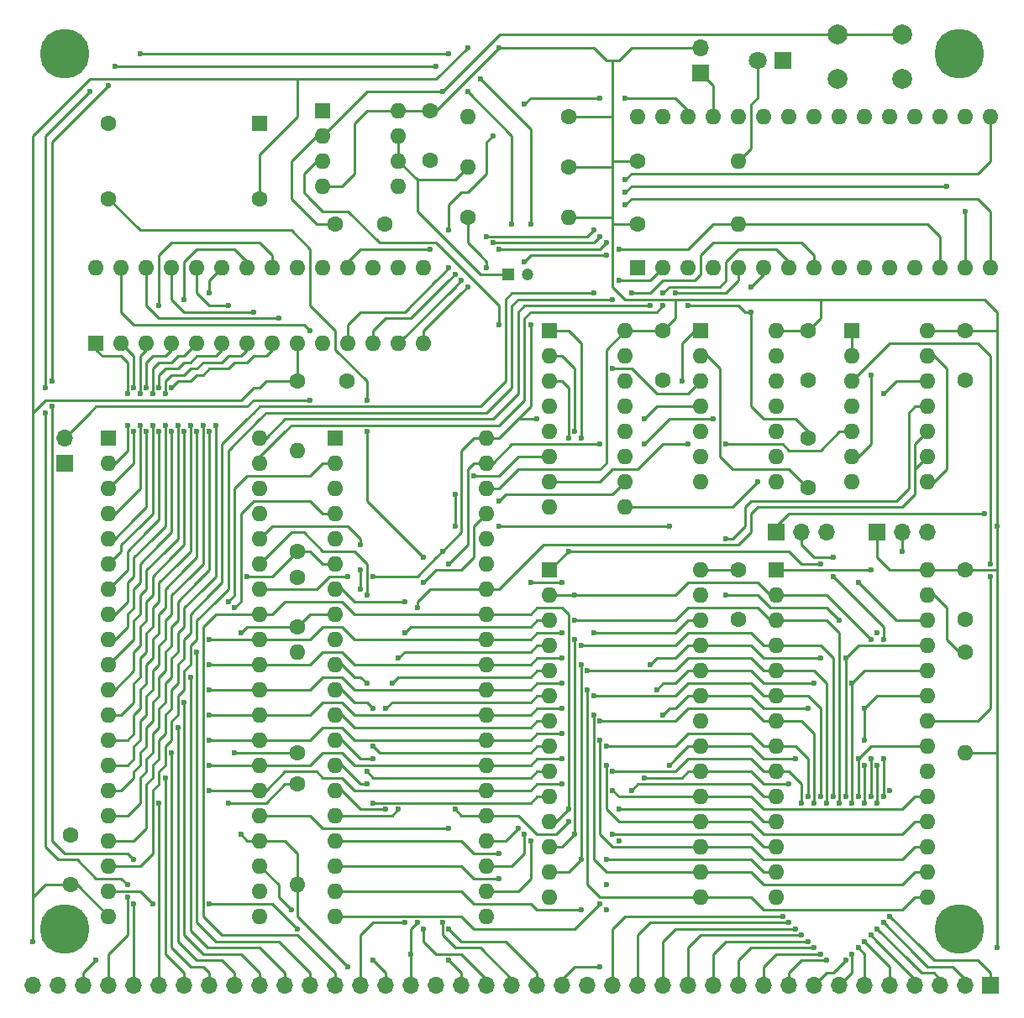
<source format=gtl>
G04 #@! TF.FileFunction,Copper,L1,Top,Signal*
%FSLAX46Y46*%
G04 Gerber Fmt 4.6, Leading zero omitted, Abs format (unit mm)*
G04 Created by KiCad (PCBNEW 4.0.6) date 06/20/17 00:08:38*
%MOMM*%
%LPD*%
G01*
G04 APERTURE LIST*
%ADD10C,0.100000*%
%ADD11R,1.600000X1.600000*%
%ADD12O,1.600000X1.600000*%
%ADD13C,1.600000*%
%ADD14R,1.700000X1.700000*%
%ADD15O,1.700000X1.700000*%
%ADD16C,2.000000*%
%ADD17R,1.200000X1.200000*%
%ADD18C,1.200000*%
%ADD19C,5.000000*%
%ADD20R,1.800000X1.800000*%
%ADD21C,1.800000*%
%ADD22C,0.600000*%
%ADD23C,0.250000*%
G04 APERTURE END LIST*
D10*
D11*
X147955000Y-82550000D03*
D12*
X163195000Y-130810000D03*
X147955000Y-85090000D03*
X163195000Y-128270000D03*
X147955000Y-87630000D03*
X163195000Y-125730000D03*
X147955000Y-90170000D03*
X163195000Y-123190000D03*
X147955000Y-92710000D03*
X163195000Y-120650000D03*
X147955000Y-95250000D03*
X163195000Y-118110000D03*
X147955000Y-97790000D03*
X163195000Y-115570000D03*
X147955000Y-100330000D03*
X163195000Y-113030000D03*
X147955000Y-102870000D03*
X163195000Y-110490000D03*
X147955000Y-105410000D03*
X163195000Y-107950000D03*
X147955000Y-107950000D03*
X163195000Y-105410000D03*
X147955000Y-110490000D03*
X163195000Y-102870000D03*
X147955000Y-113030000D03*
X163195000Y-100330000D03*
X147955000Y-115570000D03*
X163195000Y-97790000D03*
X147955000Y-118110000D03*
X163195000Y-95250000D03*
X147955000Y-120650000D03*
X163195000Y-92710000D03*
X147955000Y-123190000D03*
X163195000Y-90170000D03*
X147955000Y-125730000D03*
X163195000Y-87630000D03*
X147955000Y-128270000D03*
X163195000Y-85090000D03*
X147955000Y-130810000D03*
X163195000Y-82550000D03*
D13*
X144145000Y-101600000D03*
X144145000Y-96600000D03*
X188595000Y-95885000D03*
X188595000Y-100885000D03*
X211455000Y-95885000D03*
X211455000Y-100885000D03*
X211455000Y-71755000D03*
X211455000Y-76755000D03*
X147955000Y-60960000D03*
X152955000Y-60960000D03*
X195580000Y-71755000D03*
X195580000Y-76755000D03*
X121285000Y-127635000D03*
X121285000Y-122635000D03*
X144145000Y-76835000D03*
X149145000Y-76835000D03*
X157480000Y-49530000D03*
X157480000Y-54530000D03*
D11*
X178435000Y-65405000D03*
D12*
X211455000Y-50165000D03*
X180975000Y-65405000D03*
X208915000Y-50165000D03*
X183515000Y-65405000D03*
X206375000Y-50165000D03*
X186055000Y-65405000D03*
X203835000Y-50165000D03*
X188595000Y-65405000D03*
X201295000Y-50165000D03*
X191135000Y-65405000D03*
X198755000Y-50165000D03*
X193675000Y-65405000D03*
X196215000Y-50165000D03*
X196215000Y-65405000D03*
X193675000Y-50165000D03*
X198755000Y-65405000D03*
X191135000Y-50165000D03*
X201295000Y-65405000D03*
X188595000Y-50165000D03*
X203835000Y-65405000D03*
X186055000Y-50165000D03*
X206375000Y-65405000D03*
X183515000Y-50165000D03*
X208915000Y-65405000D03*
X180975000Y-50165000D03*
X211455000Y-65405000D03*
X178435000Y-50165000D03*
X213995000Y-65405000D03*
X213995000Y-50165000D03*
D14*
X213995000Y-137795000D03*
D15*
X211455000Y-137795000D03*
X208915000Y-137795000D03*
X206375000Y-137795000D03*
X203835000Y-137795000D03*
X201295000Y-137795000D03*
X198755000Y-137795000D03*
X196215000Y-137795000D03*
X193675000Y-137795000D03*
X191135000Y-137795000D03*
X188595000Y-137795000D03*
X186055000Y-137795000D03*
X183515000Y-137795000D03*
X180975000Y-137795000D03*
X178435000Y-137795000D03*
X175895000Y-137795000D03*
X173355000Y-137795000D03*
X170815000Y-137795000D03*
X168275000Y-137795000D03*
X165735000Y-137795000D03*
X163195000Y-137795000D03*
X160655000Y-137795000D03*
X158115000Y-137795000D03*
X155575000Y-137795000D03*
X153035000Y-137795000D03*
X150495000Y-137795000D03*
X147955000Y-137795000D03*
X145415000Y-137795000D03*
X142875000Y-137795000D03*
X140335000Y-137795000D03*
X137795000Y-137795000D03*
X135255000Y-137795000D03*
X132715000Y-137795000D03*
X130175000Y-137795000D03*
X127635000Y-137795000D03*
X125095000Y-137795000D03*
X122555000Y-137795000D03*
X120015000Y-137795000D03*
X117475000Y-137795000D03*
D13*
X211455000Y-104140000D03*
D12*
X211455000Y-114300000D03*
D13*
X171450000Y-50165000D03*
D12*
X161290000Y-50165000D03*
D13*
X171450000Y-55245000D03*
D12*
X161290000Y-55245000D03*
D13*
X161290000Y-60325000D03*
D12*
X171450000Y-60325000D03*
D13*
X178435000Y-54610000D03*
D12*
X188595000Y-54610000D03*
D13*
X144145000Y-117475000D03*
D12*
X144145000Y-127635000D03*
D13*
X144145000Y-114300000D03*
D12*
X144145000Y-104140000D03*
D13*
X144145000Y-93980000D03*
D12*
X144145000Y-83820000D03*
D13*
X178435000Y-60960000D03*
D12*
X188595000Y-60960000D03*
D16*
X205105000Y-41855000D03*
X205105000Y-46355000D03*
X198605000Y-41855000D03*
X198605000Y-46355000D03*
D11*
X169545000Y-95885000D03*
D12*
X184785000Y-128905000D03*
X169545000Y-98425000D03*
X184785000Y-126365000D03*
X169545000Y-100965000D03*
X184785000Y-123825000D03*
X169545000Y-103505000D03*
X184785000Y-121285000D03*
X169545000Y-106045000D03*
X184785000Y-118745000D03*
X169545000Y-108585000D03*
X184785000Y-116205000D03*
X169545000Y-111125000D03*
X184785000Y-113665000D03*
X169545000Y-113665000D03*
X184785000Y-111125000D03*
X169545000Y-116205000D03*
X184785000Y-108585000D03*
X169545000Y-118745000D03*
X184785000Y-106045000D03*
X169545000Y-121285000D03*
X184785000Y-103505000D03*
X169545000Y-123825000D03*
X184785000Y-100965000D03*
X169545000Y-126365000D03*
X184785000Y-98425000D03*
X169545000Y-128905000D03*
X184785000Y-95885000D03*
D11*
X200025000Y-71755000D03*
D12*
X207645000Y-86995000D03*
X200025000Y-74295000D03*
X207645000Y-84455000D03*
X200025000Y-76835000D03*
X207645000Y-81915000D03*
X200025000Y-79375000D03*
X207645000Y-79375000D03*
X200025000Y-81915000D03*
X207645000Y-76835000D03*
X200025000Y-84455000D03*
X207645000Y-74295000D03*
X200025000Y-86995000D03*
X207645000Y-71755000D03*
D11*
X184785000Y-71755000D03*
D12*
X192405000Y-86995000D03*
X184785000Y-74295000D03*
X192405000Y-84455000D03*
X184785000Y-76835000D03*
X192405000Y-81915000D03*
X184785000Y-79375000D03*
X192405000Y-79375000D03*
X184785000Y-81915000D03*
X192405000Y-76835000D03*
X184785000Y-84455000D03*
X192405000Y-74295000D03*
X184785000Y-86995000D03*
X192405000Y-71755000D03*
D11*
X125095000Y-82550000D03*
D12*
X140335000Y-130810000D03*
X125095000Y-85090000D03*
X140335000Y-128270000D03*
X125095000Y-87630000D03*
X140335000Y-125730000D03*
X125095000Y-90170000D03*
X140335000Y-123190000D03*
X125095000Y-92710000D03*
X140335000Y-120650000D03*
X125095000Y-95250000D03*
X140335000Y-118110000D03*
X125095000Y-97790000D03*
X140335000Y-115570000D03*
X125095000Y-100330000D03*
X140335000Y-113030000D03*
X125095000Y-102870000D03*
X140335000Y-110490000D03*
X125095000Y-105410000D03*
X140335000Y-107950000D03*
X125095000Y-107950000D03*
X140335000Y-105410000D03*
X125095000Y-110490000D03*
X140335000Y-102870000D03*
X125095000Y-113030000D03*
X140335000Y-100330000D03*
X125095000Y-115570000D03*
X140335000Y-97790000D03*
X125095000Y-118110000D03*
X140335000Y-95250000D03*
X125095000Y-120650000D03*
X140335000Y-92710000D03*
X125095000Y-123190000D03*
X140335000Y-90170000D03*
X125095000Y-125730000D03*
X140335000Y-87630000D03*
X125095000Y-128270000D03*
X140335000Y-85090000D03*
X125095000Y-130810000D03*
X140335000Y-82550000D03*
D11*
X123825000Y-73025000D03*
D12*
X156845000Y-65405000D03*
X126365000Y-73025000D03*
X154305000Y-65405000D03*
X128905000Y-73025000D03*
X151765000Y-65405000D03*
X131445000Y-73025000D03*
X149225000Y-65405000D03*
X133985000Y-73025000D03*
X146685000Y-65405000D03*
X136525000Y-73025000D03*
X144145000Y-65405000D03*
X139065000Y-73025000D03*
X141605000Y-65405000D03*
X141605000Y-73025000D03*
X139065000Y-65405000D03*
X144145000Y-73025000D03*
X136525000Y-65405000D03*
X146685000Y-73025000D03*
X133985000Y-65405000D03*
X149225000Y-73025000D03*
X131445000Y-65405000D03*
X151765000Y-73025000D03*
X128905000Y-65405000D03*
X154305000Y-73025000D03*
X126365000Y-65405000D03*
X156845000Y-73025000D03*
X123825000Y-65405000D03*
D11*
X140335000Y-50800000D03*
D13*
X140335000Y-58420000D03*
X125095000Y-58420000D03*
X125095000Y-50800000D03*
D11*
X169545000Y-71755000D03*
D12*
X177165000Y-89535000D03*
X169545000Y-74295000D03*
X177165000Y-86995000D03*
X169545000Y-76835000D03*
X177165000Y-84455000D03*
X169545000Y-79375000D03*
X177165000Y-81915000D03*
X169545000Y-81915000D03*
X177165000Y-79375000D03*
X169545000Y-84455000D03*
X177165000Y-76835000D03*
X169545000Y-86995000D03*
X177165000Y-74295000D03*
X169545000Y-89535000D03*
X177165000Y-71755000D03*
D11*
X192405000Y-95885000D03*
D12*
X207645000Y-128905000D03*
X192405000Y-98425000D03*
X207645000Y-126365000D03*
X192405000Y-100965000D03*
X207645000Y-123825000D03*
X192405000Y-103505000D03*
X207645000Y-121285000D03*
X192405000Y-106045000D03*
X207645000Y-118745000D03*
X192405000Y-108585000D03*
X207645000Y-116205000D03*
X192405000Y-111125000D03*
X207645000Y-113665000D03*
X192405000Y-113665000D03*
X207645000Y-111125000D03*
X192405000Y-116205000D03*
X207645000Y-108585000D03*
X192405000Y-118745000D03*
X207645000Y-106045000D03*
X192405000Y-121285000D03*
X207645000Y-103505000D03*
X192405000Y-123825000D03*
X207645000Y-100965000D03*
X192405000Y-126365000D03*
X207645000Y-98425000D03*
X192405000Y-128905000D03*
X207645000Y-95885000D03*
D11*
X146685000Y-49530000D03*
D12*
X154305000Y-57150000D03*
X146685000Y-52070000D03*
X154305000Y-54610000D03*
X146685000Y-54610000D03*
X154305000Y-52070000D03*
X146685000Y-57150000D03*
X154305000Y-49530000D03*
D13*
X180975000Y-71755000D03*
X180975000Y-76755000D03*
D17*
X165354000Y-66040000D03*
D18*
X167354000Y-66040000D03*
D13*
X195580000Y-82550000D03*
X195580000Y-87550000D03*
D19*
X210820000Y-132080000D03*
X120650000Y-132080000D03*
X210820000Y-43815000D03*
X120650000Y-43815000D03*
D14*
X120650000Y-85090000D03*
D15*
X120650000Y-82550000D03*
D20*
X193040000Y-44450000D03*
D21*
X190500000Y-44450000D03*
D14*
X184785000Y-45720000D03*
D15*
X184785000Y-43180000D03*
D14*
X192405000Y-92075000D03*
D15*
X194945000Y-92075000D03*
X197485000Y-92075000D03*
D14*
X202565000Y-92075000D03*
D15*
X205105000Y-92075000D03*
X207645000Y-92075000D03*
D22*
X173990000Y-67945000D03*
X183515000Y-69215000D03*
X189865000Y-69850000D03*
X189865000Y-67310000D03*
X214630000Y-91440000D03*
X213360000Y-90170000D03*
X138430000Y-122555000D03*
X138430000Y-102235000D03*
X149225000Y-135890000D03*
X214630000Y-133985000D03*
X174625000Y-135890000D03*
X161290000Y-43180000D03*
X164465000Y-43180000D03*
X117475000Y-133350000D03*
X145415000Y-78740000D03*
X119380000Y-79375000D03*
X119380000Y-76835000D03*
X127635000Y-129540000D03*
X127635000Y-125095000D03*
X162560000Y-46355000D03*
X159385000Y-43815000D03*
X167640000Y-60960000D03*
X128270000Y-43815000D03*
X125095000Y-46990000D03*
X118745000Y-80010000D03*
X118745000Y-77470000D03*
X127000000Y-128905000D03*
X127000000Y-127635000D03*
X161290000Y-47625000D03*
X158115000Y-45085000D03*
X165735000Y-60960000D03*
X176530000Y-66675000D03*
X125730000Y-45085000D03*
X123190000Y-47625000D03*
X182245000Y-67945000D03*
X180975000Y-69215000D03*
X180975000Y-67945000D03*
X179705000Y-69215000D03*
X177800000Y-67945000D03*
X175895000Y-68580000D03*
X177165000Y-48260000D03*
X174625000Y-48260000D03*
X167005000Y-48895000D03*
X163830000Y-52070000D03*
X159385000Y-61595000D03*
X157480000Y-63500000D03*
X159385000Y-65405000D03*
X176530000Y-63500000D03*
X175260000Y-64135000D03*
X167005000Y-64770000D03*
X160655000Y-66675000D03*
X163830000Y-62865000D03*
X177165000Y-57785000D03*
X174625000Y-62230000D03*
X211455000Y-59690000D03*
X209550000Y-57150000D03*
X175260000Y-62865000D03*
X177165000Y-59055000D03*
X164465000Y-63500000D03*
X161290000Y-67310000D03*
X160020000Y-66040000D03*
X163195000Y-62230000D03*
X177165000Y-56515000D03*
X173990000Y-61595000D03*
X160020000Y-120015000D03*
X160020000Y-91440000D03*
X160020000Y-88265000D03*
X161925000Y-86360000D03*
X179070000Y-116840000D03*
X171450000Y-121285000D03*
X203835000Y-130810000D03*
X193675000Y-117475000D03*
X203835000Y-118110000D03*
X171450000Y-93980000D03*
X171450000Y-82550000D03*
X203200000Y-102870000D03*
X203200000Y-131445000D03*
X203200000Y-114935000D03*
X203200000Y-118745000D03*
X196850000Y-95250000D03*
X198120000Y-96520000D03*
X166370000Y-121920000D03*
X173990000Y-102235000D03*
X172085000Y-81915000D03*
X170815000Y-97155000D03*
X198755000Y-100965000D03*
X187325000Y-98425000D03*
X202565000Y-102235000D03*
X202565000Y-132080000D03*
X202565000Y-115570000D03*
X202565000Y-119380000D03*
X167640000Y-97155000D03*
X167005000Y-122555000D03*
X172720000Y-82550000D03*
X172085000Y-98425000D03*
X167640000Y-123190000D03*
X201930000Y-102870000D03*
X201930000Y-132715000D03*
X201930000Y-114935000D03*
X201930000Y-118745000D03*
X180975000Y-110490000D03*
X174625000Y-129540000D03*
X201295000Y-109855000D03*
X195580000Y-109855000D03*
X201295000Y-133350000D03*
X201295000Y-119380000D03*
X201295000Y-115570000D03*
X201295000Y-113030000D03*
X172720000Y-130175000D03*
X175260000Y-130175000D03*
X181610000Y-115570000D03*
X200660000Y-114935000D03*
X194310000Y-114935000D03*
X200660000Y-133985000D03*
X200660000Y-118745000D03*
X180340000Y-107950000D03*
X164465000Y-127000000D03*
X175260000Y-127635000D03*
X200025000Y-107315000D03*
X196215000Y-107315000D03*
X200025000Y-134620000D03*
X200025000Y-119380000D03*
X179705000Y-105410000D03*
X176530000Y-123190000D03*
X164465000Y-124460000D03*
X199390000Y-104775000D03*
X196850000Y-104775000D03*
X199390000Y-118745000D03*
X199390000Y-135255000D03*
X172085000Y-100965000D03*
X154305000Y-120015000D03*
X154940000Y-102235000D03*
X198755000Y-119380000D03*
X197485000Y-135255000D03*
X153035000Y-120015000D03*
X154305000Y-104775000D03*
X172720000Y-103505000D03*
X198120000Y-118745000D03*
X196850000Y-134620000D03*
X151130000Y-117475000D03*
X153670000Y-107315000D03*
X173355000Y-106045000D03*
X196215000Y-133985000D03*
X197485000Y-119380000D03*
X151765000Y-114935000D03*
X153035000Y-109855000D03*
X173990000Y-108585000D03*
X195580000Y-133350000D03*
X196850000Y-118745000D03*
X174625000Y-111125000D03*
X194945000Y-132715000D03*
X196215000Y-119380000D03*
X151765000Y-109855000D03*
X151765000Y-113665000D03*
X175260000Y-113665000D03*
X195580000Y-118745000D03*
X194310000Y-132080000D03*
X151130000Y-98425000D03*
X151130000Y-107315000D03*
X151130000Y-116205000D03*
X175895000Y-116205000D03*
X193675000Y-131445000D03*
X194945000Y-119380000D03*
X150495000Y-97790000D03*
X150495000Y-93345000D03*
X150495000Y-95885000D03*
X151765000Y-119380000D03*
X177800000Y-118110000D03*
X193040000Y-130810000D03*
X203200000Y-78105000D03*
X186055000Y-80645000D03*
X179070000Y-83185000D03*
X174625000Y-83185000D03*
X159385000Y-95250000D03*
X159385000Y-121920000D03*
X159385000Y-132080000D03*
X167640000Y-71120000D03*
X163195000Y-65405000D03*
X179070000Y-80645000D03*
X168275000Y-80645000D03*
X151765000Y-96520000D03*
X149225000Y-96520000D03*
X158750000Y-131445000D03*
X158750000Y-93980000D03*
X151130000Y-81915000D03*
X151130000Y-78740000D03*
X156845000Y-94615000D03*
X156845000Y-132080000D03*
X156845000Y-97155000D03*
X137795000Y-114300000D03*
X159385000Y-135255000D03*
X137795000Y-99695000D03*
X156210000Y-99695000D03*
X156210000Y-131445000D03*
X155575000Y-134620000D03*
X137160000Y-119380000D03*
X151765000Y-135255000D03*
X137160000Y-99060000D03*
X154940000Y-99060000D03*
X154940000Y-131445000D03*
X171450000Y-120015000D03*
X176530000Y-120015000D03*
X170815000Y-102235000D03*
X172085000Y-102870000D03*
X172085000Y-122555000D03*
X175895000Y-122555000D03*
X133985000Y-104140000D03*
X135255000Y-102870000D03*
X172720000Y-125095000D03*
X175260000Y-125095000D03*
X172720000Y-105410000D03*
X170815000Y-104775000D03*
X133350000Y-106680000D03*
X135255000Y-105410000D03*
X170815000Y-107315000D03*
X173355000Y-107950000D03*
X132715000Y-109220000D03*
X135255000Y-107950000D03*
X173990000Y-110490000D03*
X170815000Y-109855000D03*
X132080000Y-111760000D03*
X135255000Y-110490000D03*
X174625000Y-113030000D03*
X170815000Y-112395000D03*
X135255000Y-113030000D03*
X131445000Y-114300000D03*
X175260000Y-115570000D03*
X170815000Y-114935000D03*
X130810000Y-116840000D03*
X135255000Y-115570000D03*
X170815000Y-117475000D03*
X175895000Y-118110000D03*
X130175000Y-119380000D03*
X135255000Y-118110000D03*
X139065000Y-96520000D03*
X123825000Y-135255000D03*
X200660000Y-97155000D03*
X198120000Y-94615000D03*
X201930000Y-95885000D03*
X205105000Y-93980000D03*
X143510000Y-130175000D03*
X164465000Y-88900000D03*
X213995000Y-96520000D03*
X213995000Y-95250000D03*
X201930000Y-76200000D03*
X127000000Y-81280000D03*
X127000000Y-78105000D03*
X127635000Y-81915000D03*
X127635000Y-77470000D03*
X128270000Y-78105000D03*
X128270000Y-81280000D03*
X128905000Y-77470000D03*
X128905000Y-81915000D03*
X129540000Y-81280000D03*
X129540000Y-78105000D03*
X130175000Y-81915000D03*
X130175000Y-77470000D03*
X130810000Y-78105000D03*
X130810000Y-81280000D03*
X131445000Y-77470000D03*
X131445000Y-81915000D03*
X130175000Y-69215000D03*
X132080000Y-81280000D03*
X132715000Y-68580000D03*
X132715000Y-81915000D03*
X133350000Y-81280000D03*
X135255000Y-67945000D03*
X133985000Y-81915000D03*
X137160000Y-69215000D03*
X134620000Y-81280000D03*
X139700000Y-69850000D03*
X135255000Y-81915000D03*
X142240000Y-70485000D03*
X145415000Y-71755000D03*
X135890000Y-81280000D03*
X187325000Y-92710000D03*
X190500000Y-86995000D03*
X187325000Y-83185000D03*
X183515000Y-83185000D03*
X164465000Y-71120000D03*
X175895000Y-75565000D03*
X164465000Y-91440000D03*
X181610000Y-91440000D03*
X144145000Y-132080000D03*
X135255000Y-129540000D03*
X129540000Y-129540000D03*
X182880000Y-76835000D03*
X158750000Y-47625000D03*
D23*
X189865000Y-69850000D02*
X189230000Y-69850000D01*
X165100000Y-76835000D02*
X165100000Y-68580000D01*
X165100000Y-68580000D02*
X165735000Y-67945000D01*
X165735000Y-67945000D02*
X173990000Y-67945000D01*
X149860000Y-79375000D02*
X162560000Y-79375000D01*
X140335000Y-79375000D02*
X149860000Y-79375000D01*
X136525000Y-83185000D02*
X139065000Y-80645000D01*
X136525000Y-97155000D02*
X136525000Y-83185000D01*
X133350000Y-102235000D02*
X133350000Y-100330000D01*
X127635000Y-123190000D02*
X128905000Y-121920000D01*
X128905000Y-121920000D02*
X128905000Y-117475000D01*
X127635000Y-123190000D02*
X125095000Y-123190000D01*
X132080000Y-107315000D02*
X132080000Y-105410000D01*
X131445000Y-107950000D02*
X132080000Y-107315000D01*
X129540000Y-116840000D02*
X129540000Y-115570000D01*
X129540000Y-115570000D02*
X130175000Y-114935000D01*
X130175000Y-114935000D02*
X130175000Y-113030000D01*
X130175000Y-113030000D02*
X130810000Y-112395000D01*
X130810000Y-112395000D02*
X130810000Y-111125000D01*
X130810000Y-111125000D02*
X130810000Y-110490000D01*
X130810000Y-110490000D02*
X131445000Y-109855000D01*
X131445000Y-109855000D02*
X131445000Y-107950000D01*
X128905000Y-117475000D02*
X129540000Y-116840000D01*
X132715000Y-104775000D02*
X132715000Y-102870000D01*
X132715000Y-102870000D02*
X133350000Y-102235000D01*
X132080000Y-105410000D02*
X132715000Y-104775000D01*
X133350000Y-100330000D02*
X135255000Y-98425000D01*
X135255000Y-98425000D02*
X136525000Y-97155000D01*
X139065000Y-80645000D02*
X139700000Y-80010000D01*
X139700000Y-80010000D02*
X140335000Y-79375000D01*
X162560000Y-79375000D02*
X165100000Y-76835000D01*
X188595000Y-69215000D02*
X183515000Y-69215000D01*
X189230000Y-69850000D02*
X188595000Y-69215000D01*
X195580000Y-82550000D02*
X195580000Y-81915000D01*
X195580000Y-81915000D02*
X194310000Y-80645000D01*
X194310000Y-80645000D02*
X191135000Y-80645000D01*
X191135000Y-80645000D02*
X189865000Y-79375000D01*
X189865000Y-79375000D02*
X189865000Y-69850000D01*
X189865000Y-67310000D02*
X191135000Y-66040000D01*
X191135000Y-66040000D02*
X191135000Y-65405000D01*
X202565000Y-92075000D02*
X202565000Y-94615000D01*
X202565000Y-94615000D02*
X203835000Y-95885000D01*
X203835000Y-95885000D02*
X207645000Y-95885000D01*
X139700000Y-77470000D02*
X140335000Y-77470000D01*
X138430000Y-78740000D02*
X139700000Y-77470000D01*
X117475000Y-80010000D02*
X118745000Y-78740000D01*
X137795000Y-78740000D02*
X118745000Y-78740000D01*
X137795000Y-78740000D02*
X138430000Y-78740000D01*
X140970000Y-76835000D02*
X144145000Y-76835000D01*
X140335000Y-77470000D02*
X140970000Y-76835000D01*
X201295000Y-90170000D02*
X213360000Y-90170000D01*
X163195000Y-87630000D02*
X164465000Y-87630000D01*
X175260000Y-73660000D02*
X177165000Y-71755000D01*
X175260000Y-85090000D02*
X175260000Y-73660000D01*
X174625000Y-85725000D02*
X175260000Y-85090000D01*
X166370000Y-85725000D02*
X174625000Y-85725000D01*
X164465000Y-87630000D02*
X166370000Y-85725000D01*
X139065000Y-123190000D02*
X140335000Y-123190000D01*
X139065000Y-123190000D02*
X138430000Y-122555000D01*
X192405000Y-92075000D02*
X192405000Y-91440000D01*
X192405000Y-91440000D02*
X193675000Y-90170000D01*
X193675000Y-90170000D02*
X201295000Y-90170000D01*
X139065000Y-101600000D02*
X144145000Y-101600000D01*
X138430000Y-102235000D02*
X139065000Y-101600000D01*
X144145000Y-127635000D02*
X144145000Y-124460000D01*
X144145000Y-124460000D02*
X142875000Y-123190000D01*
X142875000Y-123190000D02*
X140335000Y-123190000D01*
X144145000Y-127635000D02*
X144145000Y-130810000D01*
X144145000Y-130810000D02*
X149225000Y-135890000D01*
X144145000Y-101600000D02*
X145415000Y-100330000D01*
X145415000Y-100330000D02*
X147955000Y-100330000D01*
X121285000Y-127635000D02*
X121920000Y-127635000D01*
X121920000Y-127635000D02*
X125095000Y-130810000D01*
X121285000Y-127635000D02*
X118745000Y-127635000D01*
X118745000Y-127635000D02*
X117475000Y-128905000D01*
X170815000Y-137795000D02*
X170815000Y-137160000D01*
X170815000Y-137160000D02*
X172085000Y-135890000D01*
X214630000Y-118745000D02*
X214630000Y-114300000D01*
X214630000Y-133985000D02*
X214630000Y-118745000D01*
X172085000Y-135890000D02*
X174625000Y-135890000D01*
X144145000Y-46355000D02*
X144145000Y-47625000D01*
X140335000Y-53975000D02*
X144145000Y-50165000D01*
X144145000Y-50165000D02*
X144145000Y-47625000D01*
X140335000Y-53975000D02*
X140335000Y-58420000D01*
X117475000Y-83820000D02*
X117475000Y-82550000D01*
X117475000Y-106045000D02*
X117475000Y-105410000D01*
X117475000Y-127635000D02*
X117475000Y-106045000D01*
X117475000Y-128905000D02*
X117475000Y-127635000D01*
X117475000Y-105410000D02*
X117475000Y-104140000D01*
X117475000Y-95885000D02*
X117475000Y-83820000D01*
X117475000Y-104140000D02*
X117475000Y-97155000D01*
X117475000Y-97155000D02*
X117475000Y-95885000D01*
X117475000Y-82550000D02*
X117475000Y-80010000D01*
X117475000Y-80010000D02*
X117475000Y-52070000D01*
X125095000Y-46355000D02*
X144145000Y-46355000D01*
X123190000Y-46355000D02*
X125095000Y-46355000D01*
X117475000Y-52070000D02*
X123190000Y-46355000D01*
X161290000Y-43180000D02*
X158115000Y-46355000D01*
X144145000Y-46355000D02*
X145415000Y-46355000D01*
X145415000Y-46355000D02*
X158115000Y-46355000D01*
X171450000Y-60325000D02*
X175895000Y-60325000D01*
X175895000Y-60325000D02*
X175895000Y-59690000D01*
X171450000Y-55245000D02*
X175895000Y-55245000D01*
X157480000Y-49530000D02*
X158115000Y-49530000D01*
X158115000Y-49530000D02*
X164465000Y-43180000D01*
X171450000Y-50165000D02*
X175895000Y-50165000D01*
X146685000Y-57150000D02*
X148590000Y-57150000D01*
X151130000Y-49530000D02*
X154305000Y-49530000D01*
X149860000Y-50800000D02*
X151130000Y-49530000D01*
X149860000Y-55880000D02*
X149860000Y-50800000D01*
X148590000Y-57150000D02*
X149860000Y-55880000D01*
X175895000Y-44450000D02*
X176530000Y-44450000D01*
X176530000Y-44450000D02*
X177800000Y-43180000D01*
X175895000Y-44450000D02*
X175260000Y-44450000D01*
X175260000Y-44450000D02*
X173990000Y-43180000D01*
X164465000Y-43180000D02*
X173990000Y-43180000D01*
X117475000Y-133350000D02*
X117475000Y-128905000D01*
X211455000Y-114300000D02*
X214630000Y-114300000D01*
X154305000Y-49530000D02*
X157480000Y-49530000D01*
X144145000Y-76835000D02*
X144145000Y-73025000D01*
X178435000Y-60960000D02*
X175895000Y-60960000D01*
X178435000Y-54610000D02*
X175895000Y-54610000D01*
X211455000Y-95885000D02*
X214630000Y-95885000D01*
X214630000Y-114300000D02*
X214630000Y-95885000D01*
X214630000Y-95885000D02*
X214630000Y-91440000D01*
X214630000Y-91440000D02*
X214630000Y-82550000D01*
X214630000Y-82550000D02*
X214630000Y-71755000D01*
X211455000Y-71755000D02*
X214630000Y-71755000D01*
X196850000Y-68580000D02*
X196850000Y-69215000D01*
X196850000Y-69215000D02*
X196850000Y-70485000D01*
X196850000Y-70485000D02*
X195580000Y-71755000D01*
X207645000Y-71755000D02*
X211455000Y-71755000D01*
X197485000Y-68580000D02*
X213360000Y-68580000D01*
X196850000Y-68580000D02*
X197485000Y-68580000D01*
X213360000Y-68580000D02*
X214630000Y-69850000D01*
X214630000Y-69850000D02*
X214630000Y-71755000D01*
X195580000Y-71755000D02*
X192405000Y-71755000D01*
X182245000Y-68580000D02*
X195580000Y-68580000D01*
X195580000Y-68580000D02*
X196850000Y-68580000D01*
X180975000Y-71755000D02*
X182245000Y-70485000D01*
X175895000Y-44450000D02*
X175895000Y-50165000D01*
X175895000Y-50165000D02*
X175895000Y-54610000D01*
X175895000Y-54610000D02*
X175895000Y-55245000D01*
X175895000Y-55245000D02*
X175895000Y-59690000D01*
X175895000Y-59690000D02*
X175895000Y-60960000D01*
X175895000Y-60960000D02*
X175895000Y-67310000D01*
X175895000Y-67310000D02*
X177165000Y-68580000D01*
X177165000Y-68580000D02*
X179705000Y-68580000D01*
X177800000Y-43180000D02*
X184785000Y-43180000D01*
X182245000Y-68580000D02*
X179705000Y-68580000D01*
X182245000Y-70485000D02*
X182245000Y-68580000D01*
X177165000Y-71755000D02*
X180975000Y-71755000D01*
X207645000Y-95885000D02*
X211455000Y-95885000D01*
X184785000Y-95885000D02*
X188595000Y-95885000D01*
X190500000Y-44450000D02*
X190500000Y-48260000D01*
X189865000Y-53340000D02*
X188595000Y-54610000D01*
X189865000Y-48895000D02*
X189865000Y-53340000D01*
X190500000Y-48260000D02*
X189865000Y-48895000D01*
X145415000Y-78740000D02*
X144145000Y-78740000D01*
X139065000Y-79375000D02*
X139700000Y-78740000D01*
X139700000Y-78740000D02*
X144145000Y-78740000D01*
X123190000Y-80010000D02*
X120650000Y-82550000D01*
X123825000Y-79375000D02*
X123190000Y-80010000D01*
X138430000Y-79375000D02*
X123825000Y-79375000D01*
X138430000Y-79375000D02*
X139065000Y-79375000D01*
X119380000Y-63500000D02*
X119380000Y-52705000D01*
X119380000Y-76835000D02*
X119380000Y-63500000D01*
X119380000Y-88265000D02*
X119380000Y-123190000D01*
X127635000Y-125095000D02*
X127000000Y-124460000D01*
X127000000Y-124460000D02*
X120650000Y-124460000D01*
X120650000Y-124460000D02*
X119380000Y-123190000D01*
X127635000Y-137795000D02*
X127635000Y-133985000D01*
X127635000Y-133985000D02*
X127635000Y-129540000D01*
X119380000Y-88265000D02*
X119380000Y-79375000D01*
X167640000Y-51435000D02*
X162560000Y-46355000D01*
X167640000Y-60960000D02*
X167640000Y-51435000D01*
X128270000Y-43815000D02*
X159385000Y-43815000D01*
X119380000Y-52705000D02*
X125095000Y-46990000D01*
X118745000Y-63500000D02*
X118745000Y-52070000D01*
X118745000Y-77470000D02*
X118745000Y-63500000D01*
X118745000Y-94615000D02*
X118745000Y-123825000D01*
X127000000Y-132715000D02*
X127000000Y-129540000D01*
X127000000Y-129540000D02*
X127000000Y-128905000D01*
X127000000Y-127635000D02*
X126365000Y-127000000D01*
X126365000Y-127000000D02*
X123825000Y-127000000D01*
X123825000Y-127000000D02*
X121920000Y-125095000D01*
X121920000Y-125095000D02*
X120015000Y-125095000D01*
X120015000Y-125095000D02*
X118745000Y-123825000D01*
X125095000Y-137795000D02*
X125095000Y-134620000D01*
X125095000Y-134620000D02*
X125730000Y-133985000D01*
X125730000Y-133985000D02*
X127000000Y-132715000D01*
X118745000Y-94615000D02*
X118745000Y-80010000D01*
X165735000Y-52070000D02*
X161290000Y-47625000D01*
X179705000Y-66675000D02*
X180975000Y-65405000D01*
X179705000Y-66675000D02*
X176530000Y-66675000D01*
X165735000Y-60960000D02*
X165735000Y-52070000D01*
X147320000Y-45085000D02*
X158115000Y-45085000D01*
X125730000Y-45085000D02*
X147320000Y-45085000D01*
X118745000Y-52070000D02*
X123190000Y-47625000D01*
X170815000Y-69850000D02*
X180340000Y-69850000D01*
X167640000Y-69850000D02*
X167005000Y-70485000D01*
X164465000Y-81280000D02*
X167005000Y-78740000D01*
X167005000Y-78740000D02*
X167005000Y-70485000D01*
X142875000Y-81915000D02*
X143510000Y-81280000D01*
X140335000Y-84455000D02*
X141605000Y-83185000D01*
X141605000Y-83185000D02*
X142875000Y-81915000D01*
X143510000Y-81280000D02*
X149860000Y-81280000D01*
X149860000Y-81280000D02*
X164465000Y-81280000D01*
X170815000Y-69850000D02*
X167640000Y-69850000D01*
X188595000Y-66675000D02*
X188595000Y-65405000D01*
X187325000Y-67945000D02*
X188595000Y-66675000D01*
X182245000Y-67945000D02*
X187325000Y-67945000D01*
X180340000Y-69850000D02*
X180975000Y-69215000D01*
X140335000Y-85090000D02*
X140335000Y-84455000D01*
X170815000Y-69215000D02*
X179705000Y-69215000D01*
X166370000Y-71755000D02*
X166370000Y-69850000D01*
X166370000Y-69850000D02*
X167005000Y-69215000D01*
X167005000Y-69215000D02*
X170815000Y-69215000D01*
X163830000Y-80645000D02*
X166370000Y-78105000D01*
X140970000Y-82550000D02*
X142875000Y-80645000D01*
X142875000Y-80645000D02*
X149860000Y-80645000D01*
X149860000Y-80645000D02*
X163830000Y-80645000D01*
X166370000Y-78105000D02*
X166370000Y-71755000D01*
X192405000Y-63500000D02*
X193675000Y-64770000D01*
X188595000Y-63500000D02*
X192405000Y-63500000D01*
X187325000Y-64770000D02*
X188595000Y-63500000D01*
X187325000Y-66675000D02*
X187325000Y-64770000D01*
X186690000Y-67310000D02*
X187325000Y-66675000D01*
X181610000Y-67310000D02*
X186690000Y-67310000D01*
X180975000Y-67945000D02*
X181610000Y-67310000D01*
X193675000Y-64770000D02*
X193675000Y-65405000D01*
X140335000Y-82550000D02*
X140970000Y-82550000D01*
X170815000Y-68580000D02*
X175895000Y-68580000D01*
X165735000Y-69850000D02*
X165735000Y-69215000D01*
X165735000Y-69215000D02*
X166370000Y-68580000D01*
X166370000Y-68580000D02*
X170815000Y-68580000D01*
X165735000Y-71755000D02*
X165735000Y-77470000D01*
X163195000Y-80010000D02*
X165735000Y-77470000D01*
X140335000Y-80645000D02*
X140970000Y-80010000D01*
X137160000Y-97790000D02*
X137160000Y-83820000D01*
X133985000Y-102870000D02*
X133985000Y-100965000D01*
X128270000Y-125730000D02*
X129540000Y-124460000D01*
X129540000Y-124460000D02*
X129540000Y-118745000D01*
X125095000Y-125730000D02*
X128270000Y-125730000D01*
X132715000Y-107950000D02*
X132715000Y-106045000D01*
X132080000Y-108585000D02*
X132715000Y-107950000D01*
X129540000Y-118110000D02*
X130175000Y-117475000D01*
X130175000Y-117475000D02*
X130175000Y-116205000D01*
X130175000Y-116205000D02*
X130810000Y-115570000D01*
X130810000Y-115570000D02*
X130810000Y-113665000D01*
X130810000Y-113665000D02*
X131445000Y-113030000D01*
X131445000Y-113030000D02*
X131445000Y-111125000D01*
X131445000Y-111125000D02*
X132080000Y-110490000D01*
X132080000Y-110490000D02*
X132080000Y-108585000D01*
X129540000Y-118745000D02*
X129540000Y-118110000D01*
X133350000Y-105410000D02*
X133350000Y-103505000D01*
X133350000Y-103505000D02*
X133985000Y-102870000D01*
X132715000Y-106045000D02*
X133350000Y-105410000D01*
X133985000Y-100965000D02*
X135890000Y-99060000D01*
X135890000Y-99060000D02*
X137160000Y-97790000D01*
X137160000Y-83820000D02*
X140335000Y-80645000D01*
X140970000Y-80010000D02*
X149860000Y-80010000D01*
X149860000Y-80010000D02*
X163195000Y-80010000D01*
X165735000Y-71755000D02*
X165735000Y-69850000D01*
X196215000Y-64135000D02*
X196215000Y-65405000D01*
X194945000Y-62865000D02*
X196215000Y-64135000D01*
X186055000Y-62865000D02*
X194945000Y-62865000D01*
X184785000Y-64135000D02*
X186055000Y-62865000D01*
X184785000Y-66040000D02*
X184785000Y-64135000D01*
X184150000Y-66675000D02*
X184785000Y-66040000D01*
X181610000Y-66675000D02*
X184150000Y-66675000D01*
X180975000Y-66675000D02*
X181610000Y-66675000D01*
X179705000Y-67945000D02*
X180975000Y-66675000D01*
X177800000Y-67945000D02*
X179705000Y-67945000D01*
X183515000Y-50165000D02*
X183515000Y-49530000D01*
X183515000Y-49530000D02*
X182245000Y-48260000D01*
X182245000Y-48260000D02*
X177165000Y-48260000D01*
X174625000Y-48260000D02*
X170180000Y-48260000D01*
X170180000Y-48260000D02*
X168910000Y-48260000D01*
X168910000Y-48260000D02*
X167640000Y-48260000D01*
X167640000Y-48260000D02*
X167005000Y-48895000D01*
X163830000Y-52070000D02*
X163195000Y-52705000D01*
X163195000Y-52705000D02*
X163195000Y-55880000D01*
X163195000Y-55880000D02*
X161290000Y-57785000D01*
X161290000Y-57785000D02*
X160655000Y-57785000D01*
X160655000Y-57785000D02*
X159385000Y-59055000D01*
X159385000Y-59055000D02*
X159385000Y-61595000D01*
X157480000Y-63500000D02*
X150495000Y-63500000D01*
X150495000Y-63500000D02*
X149225000Y-64770000D01*
X149225000Y-64770000D02*
X149225000Y-65405000D01*
X149225000Y-73025000D02*
X149225000Y-71120000D01*
X154940000Y-69850000D02*
X150495000Y-69850000D01*
X150495000Y-69850000D02*
X149225000Y-71120000D01*
X158115000Y-66675000D02*
X158750000Y-66040000D01*
X158115000Y-66675000D02*
X154940000Y-69850000D01*
X158750000Y-66040000D02*
X159385000Y-65405000D01*
X186055000Y-60960000D02*
X188595000Y-60960000D01*
X183515000Y-63500000D02*
X186055000Y-60960000D01*
X176530000Y-63500000D02*
X183515000Y-63500000D01*
X167640000Y-64135000D02*
X175260000Y-64135000D01*
X167005000Y-64770000D02*
X167640000Y-64135000D01*
X188595000Y-60960000D02*
X207010000Y-60960000D01*
X208915000Y-62230000D02*
X208915000Y-65405000D01*
X207645000Y-60960000D02*
X208915000Y-62230000D01*
X207010000Y-60960000D02*
X207645000Y-60960000D01*
X180975000Y-57150000D02*
X209550000Y-57150000D01*
X177800000Y-57150000D02*
X180975000Y-57150000D01*
X163830000Y-62865000D02*
X173990000Y-62865000D01*
X154305000Y-73025000D02*
X160020000Y-67310000D01*
X160020000Y-67310000D02*
X160655000Y-66675000D01*
X173990000Y-62865000D02*
X174625000Y-62230000D01*
X177165000Y-57785000D02*
X177800000Y-57150000D01*
X211455000Y-59690000D02*
X211455000Y-65405000D01*
X180975000Y-58420000D02*
X212725000Y-58420000D01*
X174625000Y-63500000D02*
X175260000Y-62865000D01*
X177165000Y-59055000D02*
X177800000Y-58420000D01*
X177800000Y-58420000D02*
X180975000Y-58420000D01*
X160655000Y-67945000D02*
X161290000Y-67310000D01*
X156845000Y-71755000D02*
X160655000Y-67945000D01*
X156845000Y-73025000D02*
X156845000Y-71755000D01*
X164465000Y-63500000D02*
X174625000Y-63500000D01*
X213995000Y-59690000D02*
X213995000Y-65405000D01*
X212725000Y-58420000D02*
X213995000Y-59690000D01*
X180975000Y-55880000D02*
X212725000Y-55880000D01*
X177800000Y-55880000D02*
X180975000Y-55880000D01*
X163195000Y-62230000D02*
X173355000Y-62230000D01*
X151765000Y-73025000D02*
X151765000Y-71755000D01*
X153035000Y-70485000D02*
X155575000Y-70485000D01*
X151765000Y-71755000D02*
X153035000Y-70485000D01*
X155575000Y-70485000D02*
X159385000Y-66675000D01*
X159385000Y-66675000D02*
X160020000Y-66040000D01*
X173355000Y-62230000D02*
X173990000Y-61595000D01*
X177165000Y-56515000D02*
X177800000Y-55880000D01*
X213995000Y-54610000D02*
X213995000Y-50165000D01*
X212725000Y-55880000D02*
X213995000Y-54610000D01*
X169545000Y-84455000D02*
X166370000Y-84455000D01*
X160655000Y-120650000D02*
X160020000Y-120015000D01*
X160655000Y-120650000D02*
X163195000Y-120650000D01*
X160020000Y-88265000D02*
X160020000Y-91440000D01*
X164465000Y-86360000D02*
X161925000Y-86360000D01*
X166370000Y-84455000D02*
X164465000Y-86360000D01*
X180340000Y-116840000D02*
X179070000Y-116840000D01*
X180340000Y-116840000D02*
X182880000Y-116840000D01*
X182880000Y-116840000D02*
X183515000Y-116205000D01*
X184785000Y-116205000D02*
X183515000Y-116205000D01*
X163195000Y-120650000D02*
X166370000Y-120650000D01*
X166370000Y-120650000D02*
X168275000Y-122555000D01*
X168275000Y-122555000D02*
X170180000Y-122555000D01*
X170180000Y-122555000D02*
X171450000Y-121285000D01*
X203835000Y-130810000D02*
X207010000Y-133985000D01*
X208280000Y-135255000D02*
X207010000Y-133985000D01*
X213995000Y-136525000D02*
X213995000Y-137795000D01*
X212725000Y-135255000D02*
X210185000Y-135255000D01*
X213995000Y-136525000D02*
X212725000Y-135255000D01*
X210185000Y-135255000D02*
X208280000Y-135255000D01*
X189865000Y-116205000D02*
X191135000Y-117475000D01*
X191135000Y-117475000D02*
X193675000Y-117475000D01*
X184785000Y-116205000D02*
X189865000Y-116205000D01*
X169545000Y-76835000D02*
X170815000Y-76835000D01*
X171450000Y-77470000D02*
X171450000Y-82550000D01*
X170815000Y-76835000D02*
X171450000Y-77470000D01*
X182880000Y-93980000D02*
X171450000Y-93980000D01*
X194945000Y-95250000D02*
X193675000Y-93980000D01*
X193675000Y-93980000D02*
X182880000Y-93980000D01*
X203200000Y-102870000D02*
X203200000Y-101600000D01*
X203200000Y-118745000D02*
X203200000Y-114935000D01*
X207645000Y-135890000D02*
X210185000Y-135890000D01*
X211455000Y-137160000D02*
X210185000Y-135890000D01*
X203200000Y-131445000D02*
X206375000Y-134620000D01*
X206375000Y-134620000D02*
X207645000Y-135890000D01*
X196850000Y-95250000D02*
X195580000Y-95250000D01*
X203200000Y-101600000D02*
X198120000Y-96520000D01*
X195580000Y-95250000D02*
X194945000Y-95250000D01*
X171450000Y-93980000D02*
X169545000Y-95885000D01*
X163195000Y-123190000D02*
X165100000Y-123190000D01*
X165100000Y-123190000D02*
X166370000Y-121920000D01*
X211455000Y-137160000D02*
X211455000Y-137795000D01*
X183515000Y-100965000D02*
X182245000Y-102235000D01*
X182245000Y-102235000D02*
X173990000Y-102235000D01*
X184785000Y-100965000D02*
X183515000Y-100965000D01*
X169545000Y-74295000D02*
X170815000Y-74295000D01*
X172085000Y-75565000D02*
X172085000Y-81915000D01*
X170815000Y-74295000D02*
X172085000Y-75565000D01*
X197485000Y-99695000D02*
X198755000Y-100965000D01*
X191770000Y-99695000D02*
X197485000Y-99695000D01*
X190500000Y-98425000D02*
X191770000Y-99695000D01*
X187325000Y-98425000D02*
X190500000Y-98425000D01*
X202565000Y-115570000D02*
X202565000Y-119380000D01*
X205740000Y-135255000D02*
X202565000Y-132080000D01*
X207010000Y-136525000D02*
X205740000Y-135255000D01*
X208280000Y-136525000D02*
X207010000Y-136525000D01*
X208280000Y-136525000D02*
X208915000Y-137160000D01*
X168275000Y-97155000D02*
X167640000Y-97155000D01*
X165735000Y-125730000D02*
X163195000Y-125730000D01*
X167005000Y-124460000D02*
X167005000Y-122555000D01*
X165735000Y-125730000D02*
X167005000Y-124460000D01*
X170815000Y-97155000D02*
X168275000Y-97155000D01*
X208915000Y-137795000D02*
X208915000Y-137160000D01*
X171450000Y-71755000D02*
X172720000Y-73025000D01*
X172720000Y-73025000D02*
X172720000Y-82550000D01*
X169545000Y-71755000D02*
X171450000Y-71755000D01*
X192405000Y-98425000D02*
X191770000Y-98425000D01*
X191770000Y-98425000D02*
X190500000Y-97155000D01*
X182245000Y-98425000D02*
X172085000Y-98425000D01*
X172085000Y-98425000D02*
X169545000Y-98425000D01*
X183515000Y-97155000D02*
X182245000Y-98425000D01*
X190500000Y-97155000D02*
X183515000Y-97155000D01*
X163195000Y-128270000D02*
X166370000Y-128270000D01*
X167640000Y-127000000D02*
X167640000Y-123190000D01*
X166370000Y-128270000D02*
X167640000Y-127000000D01*
X201930000Y-114935000D02*
X201930000Y-118745000D01*
X197485000Y-98425000D02*
X201930000Y-102870000D01*
X192405000Y-98425000D02*
X197485000Y-98425000D01*
X202565000Y-133350000D02*
X201930000Y-132715000D01*
X202565000Y-133350000D02*
X206375000Y-137160000D01*
X206375000Y-137795000D02*
X206375000Y-137160000D01*
X149225000Y-130810000D02*
X160655000Y-130810000D01*
X160655000Y-130810000D02*
X161925000Y-132080000D01*
X174625000Y-129540000D02*
X172085000Y-132080000D01*
X172085000Y-132080000D02*
X161925000Y-132080000D01*
X183515000Y-108585000D02*
X182245000Y-109855000D01*
X182245000Y-109855000D02*
X181610000Y-109855000D01*
X181610000Y-109855000D02*
X180975000Y-110490000D01*
X184785000Y-108585000D02*
X183515000Y-108585000D01*
X149225000Y-130810000D02*
X147955000Y-130810000D01*
X184785000Y-108585000D02*
X189865000Y-108585000D01*
X191135000Y-109855000D02*
X195580000Y-109855000D01*
X189865000Y-108585000D02*
X191135000Y-109855000D01*
X203835000Y-137795000D02*
X203835000Y-136525000D01*
X203835000Y-135890000D02*
X201295000Y-133350000D01*
X203835000Y-136525000D02*
X203835000Y-135890000D01*
X207645000Y-108585000D02*
X202565000Y-108585000D01*
X201295000Y-115570000D02*
X201295000Y-119380000D01*
X201295000Y-109855000D02*
X201295000Y-113030000D01*
X202565000Y-108585000D02*
X201295000Y-109855000D01*
X147955000Y-128270000D02*
X160655000Y-128270000D01*
X168275000Y-130175000D02*
X172720000Y-130175000D01*
X167640000Y-129540000D02*
X168275000Y-130175000D01*
X161925000Y-129540000D02*
X167640000Y-129540000D01*
X160655000Y-128270000D02*
X161925000Y-129540000D01*
X184785000Y-113665000D02*
X183515000Y-113665000D01*
X183515000Y-113665000D02*
X182245000Y-114935000D01*
X182245000Y-114935000D02*
X181610000Y-115570000D01*
X184785000Y-113665000D02*
X189865000Y-113665000D01*
X191135000Y-114935000D02*
X189865000Y-113665000D01*
X194310000Y-114935000D02*
X191135000Y-114935000D01*
X201295000Y-135890000D02*
X201295000Y-134620000D01*
X201295000Y-134620000D02*
X200660000Y-133985000D01*
X207645000Y-113665000D02*
X201930000Y-113665000D01*
X200660000Y-114935000D02*
X200660000Y-118745000D01*
X201930000Y-113665000D02*
X200660000Y-114935000D01*
X201295000Y-135890000D02*
X201295000Y-137795000D01*
X183515000Y-106045000D02*
X182245000Y-107315000D01*
X182245000Y-107315000D02*
X180975000Y-107315000D01*
X180975000Y-107315000D02*
X180340000Y-107950000D01*
X184785000Y-106045000D02*
X183515000Y-106045000D01*
X160655000Y-125730000D02*
X161925000Y-127000000D01*
X161925000Y-127000000D02*
X164465000Y-127000000D01*
X160655000Y-125730000D02*
X147955000Y-125730000D01*
X184785000Y-106045000D02*
X189865000Y-106045000D01*
X191135000Y-107315000D02*
X196215000Y-107315000D01*
X189865000Y-106045000D02*
X191135000Y-107315000D01*
X207645000Y-106045000D02*
X201930000Y-106045000D01*
X200025000Y-136525000D02*
X198755000Y-137795000D01*
X200025000Y-134620000D02*
X200025000Y-136525000D01*
X200025000Y-107315000D02*
X200025000Y-119380000D01*
X201295000Y-106045000D02*
X200025000Y-107315000D01*
X201930000Y-106045000D02*
X201295000Y-106045000D01*
X183515000Y-103505000D02*
X182245000Y-104775000D01*
X182245000Y-104775000D02*
X180340000Y-104775000D01*
X180340000Y-104775000D02*
X179705000Y-105410000D01*
X184785000Y-103505000D02*
X183515000Y-103505000D01*
X160655000Y-123190000D02*
X161925000Y-124460000D01*
X160655000Y-123190000D02*
X147955000Y-123190000D01*
X164465000Y-124460000D02*
X161925000Y-124460000D01*
X184785000Y-103505000D02*
X189865000Y-103505000D01*
X191135000Y-104775000D02*
X196850000Y-104775000D01*
X189865000Y-103505000D02*
X191135000Y-104775000D01*
X200660000Y-103505000D02*
X199390000Y-104775000D01*
X199390000Y-104775000D02*
X199390000Y-118745000D01*
X207645000Y-103505000D02*
X200660000Y-103505000D01*
X198120000Y-136525000D02*
X197485000Y-136525000D01*
X199390000Y-135255000D02*
X198120000Y-136525000D01*
X197485000Y-136525000D02*
X196215000Y-137795000D01*
X192405000Y-100965000D02*
X191770000Y-100965000D01*
X191770000Y-100965000D02*
X190500000Y-99695000D01*
X172085000Y-100965000D02*
X180340000Y-100965000D01*
X182245000Y-100965000D02*
X180340000Y-100965000D01*
X183515000Y-99695000D02*
X182245000Y-100965000D01*
X190500000Y-99695000D02*
X183515000Y-99695000D01*
X161925000Y-101600000D02*
X155575000Y-101600000D01*
X168275000Y-100965000D02*
X167640000Y-101600000D01*
X167640000Y-101600000D02*
X161925000Y-101600000D01*
X169545000Y-100965000D02*
X168275000Y-100965000D01*
X153670000Y-120650000D02*
X147955000Y-120650000D01*
X154305000Y-120015000D02*
X153670000Y-120650000D01*
X155575000Y-101600000D02*
X154940000Y-102235000D01*
X193675000Y-137795000D02*
X193675000Y-136525000D01*
X197485000Y-100965000D02*
X192405000Y-100965000D01*
X198755000Y-102235000D02*
X197485000Y-100965000D01*
X198755000Y-119380000D02*
X198755000Y-102235000D01*
X194945000Y-135255000D02*
X197485000Y-135255000D01*
X193675000Y-136525000D02*
X194945000Y-135255000D01*
X161925000Y-104140000D02*
X154940000Y-104140000D01*
X168275000Y-103505000D02*
X167640000Y-104140000D01*
X167640000Y-104140000D02*
X161925000Y-104140000D01*
X169545000Y-103505000D02*
X168275000Y-103505000D01*
X150495000Y-120015000D02*
X148590000Y-118110000D01*
X153035000Y-120015000D02*
X150495000Y-120015000D01*
X154940000Y-104140000D02*
X154305000Y-104775000D01*
X148590000Y-118110000D02*
X147955000Y-118110000D01*
X191135000Y-103505000D02*
X192405000Y-103505000D01*
X189865000Y-102235000D02*
X191135000Y-103505000D01*
X183515000Y-102235000D02*
X189865000Y-102235000D01*
X182245000Y-103505000D02*
X183515000Y-102235000D01*
X172720000Y-103505000D02*
X182245000Y-103505000D01*
X191135000Y-137795000D02*
X191135000Y-136525000D01*
X196850000Y-103505000D02*
X192405000Y-103505000D01*
X198120000Y-104775000D02*
X196850000Y-103505000D01*
X198120000Y-118745000D02*
X198120000Y-104775000D01*
X192405000Y-134620000D02*
X196850000Y-134620000D01*
X191135000Y-135890000D02*
X192405000Y-134620000D01*
X191135000Y-136525000D02*
X191135000Y-135890000D01*
X147955000Y-115570000D02*
X148590000Y-115570000D01*
X148590000Y-115570000D02*
X150495000Y-117475000D01*
X150495000Y-117475000D02*
X151130000Y-117475000D01*
X153670000Y-107315000D02*
X154305000Y-106680000D01*
X154305000Y-106680000D02*
X161925000Y-106680000D01*
X169545000Y-106045000D02*
X168275000Y-106045000D01*
X167640000Y-106680000D02*
X161925000Y-106680000D01*
X168275000Y-106045000D02*
X167640000Y-106680000D01*
X191135000Y-106045000D02*
X192405000Y-106045000D01*
X189865000Y-104775000D02*
X191135000Y-106045000D01*
X183515000Y-104775000D02*
X189865000Y-104775000D01*
X182245000Y-106045000D02*
X183515000Y-104775000D01*
X173355000Y-106045000D02*
X182245000Y-106045000D01*
X192405000Y-106045000D02*
X196215000Y-106045000D01*
X188595000Y-135255000D02*
X188595000Y-137795000D01*
X189865000Y-133985000D02*
X188595000Y-135255000D01*
X196215000Y-133985000D02*
X189865000Y-133985000D01*
X197485000Y-107315000D02*
X197485000Y-119380000D01*
X196215000Y-106045000D02*
X197485000Y-107315000D01*
X147955000Y-113030000D02*
X148590000Y-113030000D01*
X148590000Y-113030000D02*
X150495000Y-114935000D01*
X150495000Y-114935000D02*
X151765000Y-114935000D01*
X153035000Y-109855000D02*
X153670000Y-109220000D01*
X153670000Y-109220000D02*
X161925000Y-109220000D01*
X169545000Y-108585000D02*
X168275000Y-108585000D01*
X167640000Y-109220000D02*
X161925000Y-109220000D01*
X168275000Y-108585000D02*
X167640000Y-109220000D01*
X191135000Y-108585000D02*
X192405000Y-108585000D01*
X189865000Y-107315000D02*
X191135000Y-108585000D01*
X183515000Y-107315000D02*
X189865000Y-107315000D01*
X182245000Y-108585000D02*
X183515000Y-107315000D01*
X173990000Y-108585000D02*
X182245000Y-108585000D01*
X192405000Y-108585000D02*
X195580000Y-108585000D01*
X186055000Y-134620000D02*
X186055000Y-137795000D01*
X187325000Y-133350000D02*
X186055000Y-134620000D01*
X195580000Y-133350000D02*
X187325000Y-133350000D01*
X196850000Y-109855000D02*
X196850000Y-118745000D01*
X195580000Y-108585000D02*
X196850000Y-109855000D01*
X147955000Y-110490000D02*
X148590000Y-110490000D01*
X148590000Y-110490000D02*
X149860000Y-111760000D01*
X149860000Y-111760000D02*
X161925000Y-111760000D01*
X169545000Y-111125000D02*
X168275000Y-111125000D01*
X167640000Y-111760000D02*
X161925000Y-111760000D01*
X168275000Y-111125000D02*
X167640000Y-111760000D01*
X191135000Y-111125000D02*
X192405000Y-111125000D01*
X189865000Y-109855000D02*
X191135000Y-111125000D01*
X183515000Y-109855000D02*
X189865000Y-109855000D01*
X182245000Y-111125000D02*
X183515000Y-109855000D01*
X174625000Y-111125000D02*
X182245000Y-111125000D01*
X192405000Y-111125000D02*
X194945000Y-111125000D01*
X183515000Y-133985000D02*
X183515000Y-137795000D01*
X184785000Y-132715000D02*
X183515000Y-133985000D01*
X194945000Y-132715000D02*
X184785000Y-132715000D01*
X196215000Y-112395000D02*
X196215000Y-119380000D01*
X194945000Y-111125000D02*
X196215000Y-112395000D01*
X147955000Y-107950000D02*
X148590000Y-107950000D01*
X148590000Y-107950000D02*
X149860000Y-109220000D01*
X149860000Y-109220000D02*
X151130000Y-109220000D01*
X151130000Y-109220000D02*
X151765000Y-109855000D01*
X151765000Y-113665000D02*
X152400000Y-114300000D01*
X152400000Y-114300000D02*
X161925000Y-114300000D01*
X169545000Y-113665000D02*
X168275000Y-113665000D01*
X167640000Y-114300000D02*
X161925000Y-114300000D01*
X168275000Y-113665000D02*
X167640000Y-114300000D01*
X191135000Y-113665000D02*
X192405000Y-113665000D01*
X189865000Y-112395000D02*
X191135000Y-113665000D01*
X183515000Y-112395000D02*
X189865000Y-112395000D01*
X182245000Y-113665000D02*
X183515000Y-112395000D01*
X175260000Y-113665000D02*
X182245000Y-113665000D01*
X180975000Y-137795000D02*
X180975000Y-133350000D01*
X194310000Y-113665000D02*
X192405000Y-113665000D01*
X195580000Y-114935000D02*
X194310000Y-113665000D01*
X195580000Y-118745000D02*
X195580000Y-114935000D01*
X182245000Y-132080000D02*
X194310000Y-132080000D01*
X180975000Y-133350000D02*
X182245000Y-132080000D01*
X149860000Y-93980000D02*
X151130000Y-95250000D01*
X140335000Y-95250000D02*
X141605000Y-93980000D01*
X149860000Y-93980000D02*
X146685000Y-93980000D01*
X144780000Y-92075000D02*
X146685000Y-93980000D01*
X143510000Y-92075000D02*
X144780000Y-92075000D01*
X143510000Y-92075000D02*
X141605000Y-93980000D01*
X151130000Y-95250000D02*
X151130000Y-98425000D01*
X147955000Y-105410000D02*
X148590000Y-105410000D01*
X148590000Y-105410000D02*
X149860000Y-106680000D01*
X149860000Y-106680000D02*
X150495000Y-106680000D01*
X150495000Y-106680000D02*
X151130000Y-107315000D01*
X151130000Y-116205000D02*
X151765000Y-116840000D01*
X151765000Y-116840000D02*
X161925000Y-116840000D01*
X169545000Y-116205000D02*
X168275000Y-116205000D01*
X167640000Y-116840000D02*
X161925000Y-116840000D01*
X168275000Y-116205000D02*
X167640000Y-116840000D01*
X191135000Y-116205000D02*
X192405000Y-116205000D01*
X189865000Y-114935000D02*
X191135000Y-116205000D01*
X183515000Y-114935000D02*
X189865000Y-114935000D01*
X182245000Y-116205000D02*
X183515000Y-114935000D01*
X175895000Y-116205000D02*
X182245000Y-116205000D01*
X192405000Y-116205000D02*
X193675000Y-116205000D01*
X178435000Y-132715000D02*
X178435000Y-137795000D01*
X179705000Y-131445000D02*
X178435000Y-132715000D01*
X193675000Y-131445000D02*
X179705000Y-131445000D01*
X194945000Y-117475000D02*
X194945000Y-119380000D01*
X193675000Y-116205000D02*
X194945000Y-117475000D01*
X150495000Y-97790000D02*
X150495000Y-95885000D01*
X150495000Y-92710000D02*
X149225000Y-91440000D01*
X149225000Y-91440000D02*
X146050000Y-91440000D01*
X141605000Y-91440000D02*
X146050000Y-91440000D01*
X140335000Y-92710000D02*
X141605000Y-91440000D01*
X150495000Y-93345000D02*
X150495000Y-92710000D01*
X151765000Y-119380000D02*
X161925000Y-119380000D01*
X168275000Y-118745000D02*
X169545000Y-118745000D01*
X167640000Y-119380000D02*
X161925000Y-119380000D01*
X168275000Y-118745000D02*
X167640000Y-119380000D01*
X191135000Y-118745000D02*
X192405000Y-118745000D01*
X189865000Y-117475000D02*
X191135000Y-118745000D01*
X178435000Y-117475000D02*
X189865000Y-117475000D01*
X177800000Y-118110000D02*
X178435000Y-117475000D01*
X175895000Y-137795000D02*
X175895000Y-132080000D01*
X177165000Y-130810000D02*
X193040000Y-130810000D01*
X175895000Y-132080000D02*
X177165000Y-130810000D01*
X163195000Y-85090000D02*
X163830000Y-85090000D01*
X163830000Y-85090000D02*
X165735000Y-83185000D01*
X204470000Y-76835000D02*
X207645000Y-76835000D01*
X203200000Y-78105000D02*
X204470000Y-76835000D01*
X181610000Y-80645000D02*
X186055000Y-80645000D01*
X179070000Y-83185000D02*
X181610000Y-80645000D01*
X165735000Y-83185000D02*
X174625000Y-83185000D01*
X161290000Y-86360000D02*
X161290000Y-85725000D01*
X161290000Y-93345000D02*
X161290000Y-86360000D01*
X159385000Y-95250000D02*
X161290000Y-93345000D01*
X161925000Y-85090000D02*
X163195000Y-85090000D01*
X161290000Y-85725000D02*
X161925000Y-85090000D01*
X140335000Y-120650000D02*
X145415000Y-120650000D01*
X146685000Y-121920000D02*
X159385000Y-121920000D01*
X145415000Y-120650000D02*
X146685000Y-121920000D01*
X168275000Y-137795000D02*
X168275000Y-136525000D01*
X160655000Y-133350000D02*
X159385000Y-132080000D01*
X165100000Y-133350000D02*
X160655000Y-133350000D01*
X168275000Y-136525000D02*
X165100000Y-133350000D01*
X162560000Y-64135000D02*
X161290000Y-62865000D01*
X161290000Y-60325000D02*
X161290000Y-62865000D01*
X167640000Y-79375000D02*
X166370000Y-80645000D01*
X167640000Y-79375000D02*
X167640000Y-71120000D01*
X163195000Y-64770000D02*
X162560000Y-64135000D01*
X163195000Y-65405000D02*
X163195000Y-64770000D01*
X163195000Y-82550000D02*
X164465000Y-82550000D01*
X179070000Y-80645000D02*
X180340000Y-79375000D01*
X180340000Y-79375000D02*
X184785000Y-79375000D01*
X166370000Y-80645000D02*
X168275000Y-80645000D01*
X164465000Y-82550000D02*
X166370000Y-80645000D01*
X158750000Y-93980000D02*
X160655000Y-92075000D01*
X160655000Y-83820000D02*
X161925000Y-82550000D01*
X160655000Y-92075000D02*
X160655000Y-83820000D01*
X158750000Y-93980000D02*
X158115000Y-94615000D01*
X156210000Y-96520000D02*
X158115000Y-94615000D01*
X147320000Y-96520000D02*
X149225000Y-96520000D01*
X145415000Y-97790000D02*
X146050000Y-97790000D01*
X146050000Y-97790000D02*
X147320000Y-96520000D01*
X145415000Y-97790000D02*
X140335000Y-97790000D01*
X151765000Y-96520000D02*
X156210000Y-96520000D01*
X163195000Y-82550000D02*
X161925000Y-82550000D01*
X162560000Y-133985000D02*
X165735000Y-137160000D01*
X162560000Y-133985000D02*
X160020000Y-133985000D01*
X160020000Y-133985000D02*
X158750000Y-132715000D01*
X158750000Y-132715000D02*
X158750000Y-131445000D01*
X165735000Y-137795000D02*
X165735000Y-137160000D01*
X128270000Y-61595000D02*
X143510000Y-61595000D01*
X143510000Y-61595000D02*
X145415000Y-63500000D01*
X145415000Y-63500000D02*
X145415000Y-69215000D01*
X145415000Y-69215000D02*
X147955000Y-71755000D01*
X147955000Y-71755000D02*
X147955000Y-73660000D01*
X147955000Y-73660000D02*
X151130000Y-76835000D01*
X151130000Y-76835000D02*
X151130000Y-78740000D01*
X125095000Y-58420000D02*
X128270000Y-61595000D01*
X156845000Y-94615000D02*
X151130000Y-88900000D01*
X151130000Y-88900000D02*
X151130000Y-81915000D01*
X161925000Y-94615000D02*
X161925000Y-91440000D01*
X158115000Y-95885000D02*
X160655000Y-95885000D01*
X160655000Y-95885000D02*
X161925000Y-94615000D01*
X163195000Y-90170000D02*
X161925000Y-91440000D01*
X160655000Y-134620000D02*
X163195000Y-137160000D01*
X160655000Y-134620000D02*
X158115000Y-134620000D01*
X158115000Y-134620000D02*
X156845000Y-133350000D01*
X156845000Y-133350000D02*
X156845000Y-132080000D01*
X156845000Y-97155000D02*
X158115000Y-95885000D01*
X163195000Y-137795000D02*
X163195000Y-137160000D01*
X137795000Y-114300000D02*
X138430000Y-114300000D01*
X138430000Y-114300000D02*
X144145000Y-114300000D01*
X160655000Y-136525000D02*
X159385000Y-135255000D01*
X160655000Y-136525000D02*
X160655000Y-137795000D01*
X138430000Y-93980000D02*
X138430000Y-90170000D01*
X138430000Y-99060000D02*
X138430000Y-93980000D01*
X137795000Y-99695000D02*
X138430000Y-99060000D01*
X146685000Y-90170000D02*
X147955000Y-90170000D01*
X145415000Y-88900000D02*
X146685000Y-90170000D01*
X139700000Y-88900000D02*
X145415000Y-88900000D01*
X138430000Y-90170000D02*
X139700000Y-88900000D01*
X163195000Y-97790000D02*
X164465000Y-97790000D01*
X167640000Y-94615000D02*
X168910000Y-93345000D01*
X164465000Y-97790000D02*
X167640000Y-94615000D01*
X206375000Y-85725000D02*
X206375000Y-83185000D01*
X206375000Y-83185000D02*
X207645000Y-81915000D01*
X163195000Y-97790000D02*
X163830000Y-97790000D01*
X206375000Y-85725000D02*
X207645000Y-84455000D01*
X206375000Y-88265000D02*
X206375000Y-85725000D01*
X168910000Y-93345000D02*
X188595000Y-93345000D01*
X188595000Y-93345000D02*
X189865000Y-92075000D01*
X189865000Y-92075000D02*
X189865000Y-90170000D01*
X189865000Y-90170000D02*
X190500000Y-89535000D01*
X190500000Y-89535000D02*
X205105000Y-89535000D01*
X205105000Y-89535000D02*
X206375000Y-88265000D01*
X155575000Y-134620000D02*
X155575000Y-132080000D01*
X157480000Y-97790000D02*
X163195000Y-97790000D01*
X156210000Y-99060000D02*
X157480000Y-97790000D01*
X156210000Y-99695000D02*
X156210000Y-99060000D01*
X155575000Y-132080000D02*
X156210000Y-131445000D01*
X155575000Y-136525000D02*
X155575000Y-137795000D01*
X155575000Y-136525000D02*
X155575000Y-134620000D01*
X144145000Y-117475000D02*
X142875000Y-117475000D01*
X139065000Y-119380000D02*
X137160000Y-119380000D01*
X140970000Y-119380000D02*
X139065000Y-119380000D01*
X142875000Y-117475000D02*
X140970000Y-119380000D01*
X153035000Y-136525000D02*
X153035000Y-137795000D01*
X153035000Y-136525000D02*
X151765000Y-135255000D01*
X137795000Y-93980000D02*
X137795000Y-87630000D01*
X137795000Y-87630000D02*
X139065000Y-86360000D01*
X139065000Y-86360000D02*
X145415000Y-86360000D01*
X145415000Y-86360000D02*
X146685000Y-85090000D01*
X147955000Y-85090000D02*
X146685000Y-85090000D01*
X137160000Y-99060000D02*
X137795000Y-98425000D01*
X137795000Y-98425000D02*
X137795000Y-93980000D01*
X144145000Y-117475000D02*
X143510000Y-117475000D01*
X147955000Y-97790000D02*
X148590000Y-97790000D01*
X148590000Y-97790000D02*
X149860000Y-99060000D01*
X149860000Y-99060000D02*
X154940000Y-99060000D01*
X154940000Y-131445000D02*
X151765000Y-131445000D01*
X151765000Y-131445000D02*
X150495000Y-132715000D01*
X150495000Y-132715000D02*
X150495000Y-137795000D01*
X161925000Y-100330000D02*
X149860000Y-100330000D01*
X141605000Y-100330000D02*
X142875000Y-99060000D01*
X163195000Y-100330000D02*
X161925000Y-100330000D01*
X141605000Y-100330000D02*
X140335000Y-100330000D01*
X148590000Y-99060000D02*
X142875000Y-99060000D01*
X149860000Y-100330000D02*
X148590000Y-99060000D01*
X192405000Y-121285000D02*
X191135000Y-121285000D01*
X189865000Y-120015000D02*
X176530000Y-120015000D01*
X191135000Y-121285000D02*
X189865000Y-120015000D01*
X168275000Y-99695000D02*
X170815000Y-99695000D01*
X167640000Y-100330000D02*
X168275000Y-99695000D01*
X163195000Y-100330000D02*
X167005000Y-100330000D01*
X167005000Y-100330000D02*
X167640000Y-100330000D01*
X171450000Y-120015000D02*
X170180000Y-121285000D01*
X171450000Y-100330000D02*
X171450000Y-120015000D01*
X170815000Y-99695000D02*
X171450000Y-100330000D01*
X170180000Y-121285000D02*
X169545000Y-121285000D01*
X134620000Y-121285000D02*
X134620000Y-101600000D01*
X134620000Y-101600000D02*
X135890000Y-100330000D01*
X135890000Y-100330000D02*
X140335000Y-100330000D01*
X137160000Y-132715000D02*
X136525000Y-132715000D01*
X147955000Y-136525000D02*
X144145000Y-132715000D01*
X144145000Y-132715000D02*
X137160000Y-132715000D01*
X147955000Y-137795000D02*
X147955000Y-136525000D01*
X134620000Y-130810000D02*
X134620000Y-121285000D01*
X136525000Y-132715000D02*
X134620000Y-130810000D01*
X161925000Y-102870000D02*
X149860000Y-102870000D01*
X163195000Y-102870000D02*
X161925000Y-102870000D01*
X145415000Y-102870000D02*
X146685000Y-101600000D01*
X145415000Y-102870000D02*
X140335000Y-102870000D01*
X148590000Y-101600000D02*
X146685000Y-101600000D01*
X149860000Y-102870000D02*
X148590000Y-101600000D01*
X172085000Y-103505000D02*
X172085000Y-102870000D01*
X172085000Y-122555000D02*
X172085000Y-103505000D01*
X167640000Y-102870000D02*
X168275000Y-102235000D01*
X166370000Y-102870000D02*
X163195000Y-102870000D01*
X166370000Y-102870000D02*
X167640000Y-102870000D01*
X168275000Y-102235000D02*
X170815000Y-102235000D01*
X176530000Y-122555000D02*
X175895000Y-122555000D01*
X191135000Y-123825000D02*
X189865000Y-122555000D01*
X189865000Y-122555000D02*
X176530000Y-122555000D01*
X192405000Y-123825000D02*
X191135000Y-123825000D01*
X170815000Y-123825000D02*
X169545000Y-123825000D01*
X172085000Y-122555000D02*
X170815000Y-123825000D01*
X133985000Y-121285000D02*
X133985000Y-104140000D01*
X135255000Y-102870000D02*
X140335000Y-102870000D01*
X136525000Y-133350000D02*
X135890000Y-133350000D01*
X145415000Y-136525000D02*
X142240000Y-133350000D01*
X142240000Y-133350000D02*
X136525000Y-133350000D01*
X145415000Y-137795000D02*
X145415000Y-136525000D01*
X133985000Y-131445000D02*
X133985000Y-121285000D01*
X135890000Y-133350000D02*
X133985000Y-131445000D01*
X161925000Y-105410000D02*
X149860000Y-105410000D01*
X145415000Y-105410000D02*
X146685000Y-104140000D01*
X163195000Y-105410000D02*
X161925000Y-105410000D01*
X145415000Y-105410000D02*
X140335000Y-105410000D01*
X148590000Y-104140000D02*
X146685000Y-104140000D01*
X149860000Y-105410000D02*
X148590000Y-104140000D01*
X192405000Y-126365000D02*
X191135000Y-126365000D01*
X189865000Y-125095000D02*
X175260000Y-125095000D01*
X191135000Y-126365000D02*
X189865000Y-125095000D01*
X172720000Y-117475000D02*
X172720000Y-125095000D01*
X168275000Y-104775000D02*
X170815000Y-104775000D01*
X167640000Y-105410000D02*
X168275000Y-104775000D01*
X163195000Y-105410000D02*
X165735000Y-105410000D01*
X165735000Y-105410000D02*
X167640000Y-105410000D01*
X172720000Y-117475000D02*
X172720000Y-105410000D01*
X171450000Y-126365000D02*
X169545000Y-126365000D01*
X172720000Y-125095000D02*
X171450000Y-126365000D01*
X133350000Y-121285000D02*
X133350000Y-106680000D01*
X135255000Y-105410000D02*
X140335000Y-105410000D01*
X142875000Y-137795000D02*
X142875000Y-136525000D01*
X133350000Y-132264998D02*
X133350000Y-121285000D01*
X135070002Y-133985000D02*
X133350000Y-132264998D01*
X140335000Y-133985000D02*
X135070002Y-133985000D01*
X142875000Y-136525000D02*
X140335000Y-133985000D01*
X161925000Y-107950000D02*
X149860000Y-107950000D01*
X145415000Y-107950000D02*
X146685000Y-106680000D01*
X163195000Y-107950000D02*
X161925000Y-107950000D01*
X145415000Y-107950000D02*
X140335000Y-107950000D01*
X148590000Y-106680000D02*
X146685000Y-106680000D01*
X149860000Y-107950000D02*
X148590000Y-106680000D01*
X184785000Y-128905000D02*
X189865000Y-128905000D01*
X206375000Y-128905000D02*
X207645000Y-128905000D01*
X205105000Y-130175000D02*
X206375000Y-128905000D01*
X191135000Y-130175000D02*
X205105000Y-130175000D01*
X189865000Y-128905000D02*
X191135000Y-130175000D01*
X173355000Y-117475000D02*
X173355000Y-127635000D01*
X163195000Y-107950000D02*
X167640000Y-107950000D01*
X167640000Y-107950000D02*
X168275000Y-107315000D01*
X168275000Y-107315000D02*
X170815000Y-107315000D01*
X173355000Y-117475000D02*
X173355000Y-107950000D01*
X174625000Y-128905000D02*
X184785000Y-128905000D01*
X173355000Y-127635000D02*
X174625000Y-128905000D01*
X132715000Y-121285000D02*
X132715000Y-109220000D01*
X135255000Y-107950000D02*
X140335000Y-107950000D01*
X140335000Y-137795000D02*
X140335000Y-136525000D01*
X132715000Y-132715000D02*
X132715000Y-121285000D01*
X134620000Y-134620000D02*
X132715000Y-132715000D01*
X138430000Y-134620000D02*
X134620000Y-134620000D01*
X140335000Y-136525000D02*
X138430000Y-134620000D01*
X161925000Y-110490000D02*
X149860000Y-110490000D01*
X145415000Y-110490000D02*
X146685000Y-109220000D01*
X163195000Y-110490000D02*
X161925000Y-110490000D01*
X145415000Y-110490000D02*
X140335000Y-110490000D01*
X148590000Y-109220000D02*
X146685000Y-109220000D01*
X149860000Y-110490000D02*
X148590000Y-109220000D01*
X184785000Y-126365000D02*
X189865000Y-126365000D01*
X206375000Y-126365000D02*
X207645000Y-126365000D01*
X205105000Y-127635000D02*
X206375000Y-126365000D01*
X191135000Y-127635000D02*
X205105000Y-127635000D01*
X189865000Y-126365000D02*
X191135000Y-127635000D01*
X173990000Y-117475000D02*
X173990000Y-125095000D01*
X168275000Y-109855000D02*
X170815000Y-109855000D01*
X167640000Y-110490000D02*
X168275000Y-109855000D01*
X163195000Y-110490000D02*
X167640000Y-110490000D01*
X173990000Y-117475000D02*
X173990000Y-110490000D01*
X175260000Y-126365000D02*
X184785000Y-126365000D01*
X173990000Y-125095000D02*
X175260000Y-126365000D01*
X132080000Y-121285000D02*
X132080000Y-111760000D01*
X135255000Y-110490000D02*
X140335000Y-110490000D01*
X137795000Y-137795000D02*
X137795000Y-136525000D01*
X132080000Y-133350000D02*
X132080000Y-121285000D01*
X133985000Y-135255000D02*
X132080000Y-133350000D01*
X136525000Y-135255000D02*
X133985000Y-135255000D01*
X137795000Y-136525000D02*
X136525000Y-135255000D01*
X161925000Y-113030000D02*
X149860000Y-113030000D01*
X145415000Y-113030000D02*
X146685000Y-111760000D01*
X163195000Y-113030000D02*
X161925000Y-113030000D01*
X145415000Y-113030000D02*
X140335000Y-113030000D01*
X148590000Y-111760000D02*
X146685000Y-111760000D01*
X149860000Y-113030000D02*
X148590000Y-111760000D01*
X184785000Y-123825000D02*
X189865000Y-123825000D01*
X206375000Y-123825000D02*
X207645000Y-123825000D01*
X205105000Y-125095000D02*
X206375000Y-123825000D01*
X191135000Y-125095000D02*
X205105000Y-125095000D01*
X189865000Y-123825000D02*
X191135000Y-125095000D01*
X174625000Y-117475000D02*
X174625000Y-122555000D01*
X168275000Y-112395000D02*
X170815000Y-112395000D01*
X167640000Y-113030000D02*
X168275000Y-112395000D01*
X163195000Y-113030000D02*
X167640000Y-113030000D01*
X174625000Y-117475000D02*
X174625000Y-113030000D01*
X175895000Y-123825000D02*
X184785000Y-123825000D01*
X174625000Y-122555000D02*
X175895000Y-123825000D01*
X135255000Y-113030000D02*
X140335000Y-113030000D01*
X131445000Y-121285000D02*
X131445000Y-114300000D01*
X135255000Y-136525000D02*
X134620000Y-135890000D01*
X134620000Y-135890000D02*
X133350000Y-135890000D01*
X133350000Y-135890000D02*
X131445000Y-133985000D01*
X131445000Y-133985000D02*
X131445000Y-121285000D01*
X135255000Y-137795000D02*
X135255000Y-136525000D01*
X161925000Y-115570000D02*
X149860000Y-115570000D01*
X145415000Y-115570000D02*
X146685000Y-114300000D01*
X163195000Y-115570000D02*
X161925000Y-115570000D01*
X145415000Y-115570000D02*
X140335000Y-115570000D01*
X148590000Y-114300000D02*
X146685000Y-114300000D01*
X149860000Y-115570000D02*
X148590000Y-114300000D01*
X184785000Y-121285000D02*
X189865000Y-121285000D01*
X206375000Y-121285000D02*
X207645000Y-121285000D01*
X205105000Y-122555000D02*
X206375000Y-121285000D01*
X191135000Y-122555000D02*
X205105000Y-122555000D01*
X189865000Y-121285000D02*
X191135000Y-122555000D01*
X175260000Y-117475000D02*
X175260000Y-120015000D01*
X168275000Y-114935000D02*
X170815000Y-114935000D01*
X167640000Y-115570000D02*
X168275000Y-114935000D01*
X163195000Y-115570000D02*
X167640000Y-115570000D01*
X175260000Y-117475000D02*
X175260000Y-115570000D01*
X176530000Y-121285000D02*
X184785000Y-121285000D01*
X175260000Y-120015000D02*
X176530000Y-121285000D01*
X130810000Y-134620000D02*
X130810000Y-117475000D01*
X130810000Y-117475000D02*
X130810000Y-116840000D01*
X135255000Y-115570000D02*
X140335000Y-115570000D01*
X132715000Y-137795000D02*
X132715000Y-136525000D01*
X132715000Y-136525000D02*
X130810000Y-134620000D01*
X161925000Y-118110000D02*
X149860000Y-118110000D01*
X142875000Y-116205000D02*
X146050000Y-116205000D01*
X146050000Y-116205000D02*
X146685000Y-116840000D01*
X163195000Y-118110000D02*
X161925000Y-118110000D01*
X142875000Y-116205000D02*
X140970000Y-118110000D01*
X148590000Y-116840000D02*
X146685000Y-116840000D01*
X149860000Y-118110000D02*
X148590000Y-116840000D01*
X184785000Y-118745000D02*
X189865000Y-118745000D01*
X206375000Y-118745000D02*
X207645000Y-118745000D01*
X205105000Y-120015000D02*
X206375000Y-118745000D01*
X191135000Y-120015000D02*
X205105000Y-120015000D01*
X189865000Y-118745000D02*
X191135000Y-120015000D01*
X175895000Y-118110000D02*
X176530000Y-118745000D01*
X163195000Y-118110000D02*
X167640000Y-118110000D01*
X167640000Y-118110000D02*
X168275000Y-117475000D01*
X168275000Y-117475000D02*
X170815000Y-117475000D01*
X176530000Y-118745000D02*
X184785000Y-118745000D01*
X140335000Y-118110000D02*
X140970000Y-118110000D01*
X130175000Y-137795000D02*
X130175000Y-119380000D01*
X135255000Y-118110000D02*
X140335000Y-118110000D01*
X122555000Y-137795000D02*
X122555000Y-136525000D01*
X141605000Y-96520000D02*
X144145000Y-93980000D01*
X139065000Y-96520000D02*
X141605000Y-96520000D01*
X122555000Y-136525000D02*
X123825000Y-135255000D01*
X144145000Y-93980000D02*
X145415000Y-93980000D01*
X145415000Y-93980000D02*
X146685000Y-95250000D01*
X146685000Y-95250000D02*
X147955000Y-95250000D01*
X122555000Y-137795000D02*
X122555000Y-137160000D01*
X204470000Y-100965000D02*
X200660000Y-97155000D01*
X198120000Y-94615000D02*
X196215000Y-94615000D01*
X196215000Y-94615000D02*
X194945000Y-93345000D01*
X194945000Y-92075000D02*
X194945000Y-93345000D01*
X205740000Y-100965000D02*
X207645000Y-100965000D01*
X205740000Y-100965000D02*
X204470000Y-100965000D01*
X205105000Y-92075000D02*
X205105000Y-93980000D01*
X197485000Y-95885000D02*
X192405000Y-95885000D01*
X197485000Y-95885000D02*
X201930000Y-95885000D01*
X192405000Y-95885000D02*
X193040000Y-95885000D01*
X211455000Y-104140000D02*
X210820000Y-104140000D01*
X210820000Y-104140000D02*
X209550000Y-102870000D01*
X209550000Y-102870000D02*
X209550000Y-99695000D01*
X209550000Y-99695000D02*
X208280000Y-98425000D01*
X208280000Y-98425000D02*
X207645000Y-98425000D01*
X140335000Y-125730000D02*
X142240000Y-127635000D01*
X142240000Y-128905000D02*
X143510000Y-130175000D01*
X142240000Y-127635000D02*
X142240000Y-128905000D01*
X175895000Y-88265000D02*
X177165000Y-86995000D01*
X165100000Y-88265000D02*
X175895000Y-88265000D01*
X164465000Y-88900000D02*
X165100000Y-88265000D01*
X213995000Y-76835000D02*
X213995000Y-74295000D01*
X212725000Y-111125000D02*
X213995000Y-109855000D01*
X213995000Y-109855000D02*
X213995000Y-96520000D01*
X213995000Y-95250000D02*
X213995000Y-76835000D01*
X207645000Y-111125000D02*
X212725000Y-111125000D01*
X213995000Y-74295000D02*
X212725000Y-73025000D01*
X201295000Y-75565000D02*
X203835000Y-73025000D01*
X201295000Y-75565000D02*
X200025000Y-76835000D01*
X203835000Y-73025000D02*
X212725000Y-73025000D01*
X201930000Y-79375000D02*
X201930000Y-76200000D01*
X200660000Y-84455000D02*
X201930000Y-83185000D01*
X201930000Y-79375000D02*
X201930000Y-83185000D01*
X200660000Y-84455000D02*
X200025000Y-84455000D01*
X200025000Y-71755000D02*
X200025000Y-74295000D01*
X127000000Y-78105000D02*
X127000000Y-74930000D01*
X125730000Y-85090000D02*
X127000000Y-83820000D01*
X127000000Y-83820000D02*
X127000000Y-81280000D01*
X124460000Y-74295000D02*
X123825000Y-73660000D01*
X126365000Y-74295000D02*
X124460000Y-74295000D01*
X127000000Y-74930000D02*
X126365000Y-74295000D01*
X123825000Y-73660000D02*
X123825000Y-73025000D01*
X125095000Y-85090000D02*
X125730000Y-85090000D01*
X127635000Y-77470000D02*
X127635000Y-74295000D01*
X125095000Y-87630000D02*
X127000000Y-85725000D01*
X127000000Y-85725000D02*
X127635000Y-85090000D01*
X127635000Y-85090000D02*
X127635000Y-81915000D01*
X127635000Y-74295000D02*
X126365000Y-73025000D01*
X128270000Y-78105000D02*
X128270000Y-74295000D01*
X128270000Y-87630000D02*
X128270000Y-81280000D01*
X125730000Y-90170000D02*
X128270000Y-87630000D01*
X128270000Y-74295000D02*
X128905000Y-73660000D01*
X128905000Y-73660000D02*
X128905000Y-73025000D01*
X125095000Y-90170000D02*
X125730000Y-90170000D01*
X128905000Y-77470000D02*
X128905000Y-74930000D01*
X128905000Y-89535000D02*
X128905000Y-88900000D01*
X125730000Y-92710000D02*
X127635000Y-90805000D01*
X128905000Y-81915000D02*
X128905000Y-88900000D01*
X127635000Y-90805000D02*
X128905000Y-89535000D01*
X130810000Y-74295000D02*
X131445000Y-73660000D01*
X129540000Y-74295000D02*
X130810000Y-74295000D01*
X128905000Y-74930000D02*
X129540000Y-74295000D01*
X131445000Y-73660000D02*
X131445000Y-73025000D01*
X125095000Y-92710000D02*
X125730000Y-92710000D01*
X130175000Y-74930000D02*
X130810000Y-74930000D01*
X129540000Y-75565000D02*
X130175000Y-74930000D01*
X128270000Y-91440000D02*
X129540000Y-90170000D01*
X126365000Y-93345000D02*
X128270000Y-91440000D01*
X125095000Y-95250000D02*
X126365000Y-93980000D01*
X126365000Y-93980000D02*
X126365000Y-93345000D01*
X129540000Y-90170000D02*
X129540000Y-81280000D01*
X129540000Y-78105000D02*
X129540000Y-75565000D01*
X132715000Y-74295000D02*
X133985000Y-73025000D01*
X132080000Y-74295000D02*
X132715000Y-74295000D01*
X131445000Y-74930000D02*
X132080000Y-74295000D01*
X130810000Y-74930000D02*
X131445000Y-74930000D01*
X130810000Y-75565000D02*
X132080000Y-75565000D01*
X130175000Y-76200000D02*
X130810000Y-75565000D01*
X128905000Y-92075000D02*
X130175000Y-90805000D01*
X127000000Y-93980000D02*
X128905000Y-92075000D01*
X125095000Y-97790000D02*
X127000000Y-95885000D01*
X127000000Y-95885000D02*
X127000000Y-94615000D01*
X127000000Y-94615000D02*
X127000000Y-93980000D01*
X130175000Y-90805000D02*
X130175000Y-81915000D01*
X130175000Y-77470000D02*
X130175000Y-76200000D01*
X135890000Y-74295000D02*
X136525000Y-73660000D01*
X133985000Y-74295000D02*
X135890000Y-74295000D01*
X133350000Y-74930000D02*
X133985000Y-74295000D01*
X132715000Y-74930000D02*
X133350000Y-74930000D01*
X132080000Y-75565000D02*
X132715000Y-74930000D01*
X136525000Y-73660000D02*
X136525000Y-73025000D01*
X130810000Y-78105000D02*
X130810000Y-76835000D01*
X130810000Y-91440000D02*
X130810000Y-81280000D01*
X127000000Y-97155000D02*
X127635000Y-96520000D01*
X127000000Y-99060000D02*
X127000000Y-97155000D01*
X125730000Y-100330000D02*
X127000000Y-99060000D01*
X127635000Y-94615000D02*
X129540000Y-92710000D01*
X127635000Y-96520000D02*
X127635000Y-94615000D01*
X129540000Y-92710000D02*
X130810000Y-91440000D01*
X138430000Y-74295000D02*
X139065000Y-73660000D01*
X137160000Y-74295000D02*
X138430000Y-74295000D01*
X136525000Y-74930000D02*
X137160000Y-74295000D01*
X134620000Y-74930000D02*
X136525000Y-74930000D01*
X133985000Y-75565000D02*
X134620000Y-74930000D01*
X133350000Y-75565000D02*
X133985000Y-75565000D01*
X132715000Y-76200000D02*
X133350000Y-75565000D01*
X131445000Y-76200000D02*
X132715000Y-76200000D01*
X130810000Y-76835000D02*
X131445000Y-76200000D01*
X139065000Y-73660000D02*
X139065000Y-73025000D01*
X125095000Y-100330000D02*
X125730000Y-100330000D01*
X131445000Y-77470000D02*
X132080000Y-76835000D01*
X131445000Y-92075000D02*
X131445000Y-81915000D01*
X128270000Y-95885000D02*
X128270000Y-95250000D01*
X127635000Y-97790000D02*
X128270000Y-97155000D01*
X128270000Y-97155000D02*
X128270000Y-95885000D01*
X127000000Y-100965000D02*
X127000000Y-100330000D01*
X127000000Y-101600000D02*
X127000000Y-100965000D01*
X125730000Y-102870000D02*
X127000000Y-101600000D01*
X127635000Y-99695000D02*
X127635000Y-99060000D01*
X127000000Y-100330000D02*
X127635000Y-99695000D01*
X127635000Y-99060000D02*
X127635000Y-97790000D01*
X128270000Y-95250000D02*
X130175000Y-93345000D01*
X130175000Y-93345000D02*
X131445000Y-92075000D01*
X140970000Y-74295000D02*
X141605000Y-73660000D01*
X139700000Y-74295000D02*
X140970000Y-74295000D01*
X139065000Y-74930000D02*
X139700000Y-74295000D01*
X137795000Y-74930000D02*
X139065000Y-74930000D01*
X137160000Y-75565000D02*
X137795000Y-74930000D01*
X135255000Y-75565000D02*
X137160000Y-75565000D01*
X134620000Y-76200000D02*
X135255000Y-75565000D01*
X133985000Y-76200000D02*
X134620000Y-76200000D01*
X133350000Y-76835000D02*
X133985000Y-76200000D01*
X132080000Y-76835000D02*
X133350000Y-76835000D01*
X141605000Y-73660000D02*
X141605000Y-73025000D01*
X125095000Y-102870000D02*
X125730000Y-102870000D01*
X141605000Y-64135000D02*
X141605000Y-65405000D01*
X140335000Y-62865000D02*
X141605000Y-64135000D01*
X131445000Y-62865000D02*
X140335000Y-62865000D01*
X130175000Y-64135000D02*
X131445000Y-62865000D01*
X130175000Y-64770000D02*
X130175000Y-64135000D01*
X130175000Y-69215000D02*
X130175000Y-64770000D01*
X132080000Y-92710000D02*
X132080000Y-81280000D01*
X128270000Y-99060000D02*
X128270000Y-98425000D01*
X125095000Y-105410000D02*
X127635000Y-102870000D01*
X127635000Y-100965000D02*
X128270000Y-100330000D01*
X127635000Y-102870000D02*
X127635000Y-100965000D01*
X128270000Y-99060000D02*
X128270000Y-100330000D01*
X128905000Y-95885000D02*
X130810000Y-93980000D01*
X128905000Y-97790000D02*
X128905000Y-95885000D01*
X128270000Y-98425000D02*
X128905000Y-97790000D01*
X130810000Y-93980000D02*
X132080000Y-92710000D01*
X137795000Y-63500000D02*
X139065000Y-64770000D01*
X133985000Y-63500000D02*
X137795000Y-63500000D01*
X132715000Y-64770000D02*
X133985000Y-63500000D01*
X132715000Y-68580000D02*
X132715000Y-64770000D01*
X139065000Y-64770000D02*
X139065000Y-65405000D01*
X132715000Y-93345000D02*
X132715000Y-81915000D01*
X131445000Y-94615000D02*
X132715000Y-93345000D01*
X129540000Y-96520000D02*
X131445000Y-94615000D01*
X128270000Y-103505000D02*
X128270000Y-101600000D01*
X127635000Y-104140000D02*
X128270000Y-103505000D01*
X127635000Y-106045000D02*
X127635000Y-104140000D01*
X125730000Y-107950000D02*
X127635000Y-106045000D01*
X129540000Y-98425000D02*
X129540000Y-97155000D01*
X128905000Y-99060000D02*
X129540000Y-98425000D01*
X128905000Y-100965000D02*
X128905000Y-99060000D01*
X128270000Y-101600000D02*
X128905000Y-100965000D01*
X129540000Y-97155000D02*
X129540000Y-96520000D01*
X125095000Y-107950000D02*
X125730000Y-107950000D01*
X133350000Y-93980000D02*
X133350000Y-81280000D01*
X128905000Y-104140000D02*
X128905000Y-102235000D01*
X126365000Y-110490000D02*
X127635000Y-109220000D01*
X127635000Y-109220000D02*
X127635000Y-107315000D01*
X127635000Y-107315000D02*
X128270000Y-106680000D01*
X128270000Y-106680000D02*
X128270000Y-104775000D01*
X128270000Y-104775000D02*
X128905000Y-104140000D01*
X125095000Y-110490000D02*
X126365000Y-110490000D01*
X130175000Y-97155000D02*
X132080000Y-95250000D01*
X130175000Y-99060000D02*
X130175000Y-97155000D01*
X129540000Y-99695000D02*
X130175000Y-99060000D01*
X129540000Y-101600000D02*
X129540000Y-99695000D01*
X128905000Y-102235000D02*
X129540000Y-101600000D01*
X132080000Y-95250000D02*
X133350000Y-93980000D01*
X135255000Y-66675000D02*
X136525000Y-65405000D01*
X135255000Y-67945000D02*
X135255000Y-66675000D01*
X133985000Y-81915000D02*
X133985000Y-94615000D01*
X130175000Y-102235000D02*
X130175000Y-100330000D01*
X127000000Y-113030000D02*
X127635000Y-112395000D01*
X127635000Y-112395000D02*
X127635000Y-110490000D01*
X127635000Y-110490000D02*
X128270000Y-109855000D01*
X128270000Y-109855000D02*
X128270000Y-107950000D01*
X128270000Y-107950000D02*
X128905000Y-107315000D01*
X128905000Y-107315000D02*
X128905000Y-105410000D01*
X128905000Y-105410000D02*
X129540000Y-104775000D01*
X129540000Y-104775000D02*
X129540000Y-102870000D01*
X125095000Y-113030000D02*
X127000000Y-113030000D01*
X129540000Y-102870000D02*
X130175000Y-102235000D01*
X130810000Y-97790000D02*
X132715000Y-95885000D01*
X130810000Y-99695000D02*
X130810000Y-97790000D01*
X130175000Y-100330000D02*
X130810000Y-99695000D01*
X132715000Y-95885000D02*
X133985000Y-94615000D01*
X133985000Y-67945000D02*
X133985000Y-65405000D01*
X135255000Y-69215000D02*
X133985000Y-67945000D01*
X137160000Y-69215000D02*
X135255000Y-69215000D01*
X133350000Y-96520000D02*
X134620000Y-95250000D01*
X131445000Y-98425000D02*
X133350000Y-96520000D01*
X130175000Y-103505000D02*
X130810000Y-102870000D01*
X130810000Y-100965000D02*
X131445000Y-100330000D01*
X130810000Y-102870000D02*
X130810000Y-100965000D01*
X128270000Y-113030000D02*
X127635000Y-113665000D01*
X128270000Y-113030000D02*
X128270000Y-111125000D01*
X128270000Y-111125000D02*
X128905000Y-110490000D01*
X128905000Y-110490000D02*
X128905000Y-108585000D01*
X128905000Y-108585000D02*
X129540000Y-107950000D01*
X129540000Y-107950000D02*
X129540000Y-106045000D01*
X129540000Y-106045000D02*
X130175000Y-105410000D01*
X130175000Y-103505000D02*
X130175000Y-105410000D01*
X125095000Y-115570000D02*
X127000000Y-115570000D01*
X127635000Y-114935000D02*
X127000000Y-115570000D01*
X127635000Y-113665000D02*
X127635000Y-114935000D01*
X131445000Y-100330000D02*
X131445000Y-98425000D01*
X134620000Y-95250000D02*
X134620000Y-81280000D01*
X131445000Y-68580000D02*
X131445000Y-65405000D01*
X132715000Y-69850000D02*
X131445000Y-68580000D01*
X139700000Y-69850000D02*
X132715000Y-69850000D01*
X135255000Y-81915000D02*
X135255000Y-95885000D01*
X132080000Y-100965000D02*
X132080000Y-99695000D01*
X126365000Y-118110000D02*
X127635000Y-116840000D01*
X127635000Y-116840000D02*
X127635000Y-116205000D01*
X125095000Y-118110000D02*
X126365000Y-118110000D01*
X128270000Y-115570000D02*
X128270000Y-114300000D01*
X128270000Y-114300000D02*
X128905000Y-113665000D01*
X128905000Y-113665000D02*
X128905000Y-111760000D01*
X128905000Y-111760000D02*
X129540000Y-111125000D01*
X129540000Y-111125000D02*
X129540000Y-109220000D01*
X129540000Y-109220000D02*
X130175000Y-108585000D01*
X130175000Y-108585000D02*
X130175000Y-106680000D01*
X130175000Y-106680000D02*
X130810000Y-106045000D01*
X130810000Y-106045000D02*
X130810000Y-104140000D01*
X127635000Y-116205000D02*
X128270000Y-115570000D01*
X131445000Y-103505000D02*
X131445000Y-101600000D01*
X131445000Y-101600000D02*
X132080000Y-100965000D01*
X130810000Y-104140000D02*
X131445000Y-103505000D01*
X132080000Y-99060000D02*
X133985000Y-97155000D01*
X132080000Y-99695000D02*
X132080000Y-99060000D01*
X133985000Y-97155000D02*
X135255000Y-95885000D01*
X128905000Y-69215000D02*
X128905000Y-65405000D01*
X130175000Y-70485000D02*
X128905000Y-69215000D01*
X142240000Y-70485000D02*
X130175000Y-70485000D01*
X145415000Y-71755000D02*
X144780000Y-71120000D01*
X134620000Y-97790000D02*
X135890000Y-96520000D01*
X132715000Y-99695000D02*
X134620000Y-97790000D01*
X131445000Y-104775000D02*
X132080000Y-104140000D01*
X132080000Y-102235000D02*
X132715000Y-101600000D01*
X132080000Y-104140000D02*
X132080000Y-102235000D01*
X128270000Y-116840000D02*
X128905000Y-116205000D01*
X130810000Y-109220000D02*
X130810000Y-107315000D01*
X130175000Y-109855000D02*
X130810000Y-109220000D01*
X130175000Y-111760000D02*
X130175000Y-109855000D01*
X129540000Y-112395000D02*
X130175000Y-111760000D01*
X129540000Y-114300000D02*
X129540000Y-112395000D01*
X128905000Y-114935000D02*
X129540000Y-114300000D01*
X128905000Y-116205000D02*
X128905000Y-114935000D01*
X130810000Y-107315000D02*
X131445000Y-106680000D01*
X131445000Y-106680000D02*
X131445000Y-104775000D01*
X125095000Y-120650000D02*
X127000000Y-120650000D01*
X128270000Y-119380000D02*
X128270000Y-116840000D01*
X127000000Y-120650000D02*
X128270000Y-119380000D01*
X132715000Y-101600000D02*
X132715000Y-99695000D01*
X135890000Y-96520000D02*
X135890000Y-81280000D01*
X126365000Y-69850000D02*
X126365000Y-65405000D01*
X127635000Y-71120000D02*
X126365000Y-69850000D01*
X144780000Y-71120000D02*
X127635000Y-71120000D01*
X207645000Y-79375000D02*
X206375000Y-79375000D01*
X187960000Y-92710000D02*
X187325000Y-92710000D01*
X189230000Y-91440000D02*
X187960000Y-92710000D01*
X189230000Y-89535000D02*
X189230000Y-91440000D01*
X189865000Y-88900000D02*
X189230000Y-89535000D01*
X204470000Y-88900000D02*
X189865000Y-88900000D01*
X205740000Y-87630000D02*
X204470000Y-88900000D01*
X205740000Y-80010000D02*
X205740000Y-87630000D01*
X206375000Y-79375000D02*
X205740000Y-80010000D01*
X177165000Y-89535000D02*
X187960000Y-89535000D01*
X187960000Y-89535000D02*
X190500000Y-86995000D01*
X175895000Y-85725000D02*
X178435000Y-85725000D01*
X198755000Y-81915000D02*
X196850000Y-83820000D01*
X196850000Y-83820000D02*
X193675000Y-83820000D01*
X193675000Y-83820000D02*
X193040000Y-83185000D01*
X193040000Y-83185000D02*
X187325000Y-83185000D01*
X175895000Y-85725000D02*
X174625000Y-86995000D01*
X169545000Y-86995000D02*
X174625000Y-86995000D01*
X198755000Y-81915000D02*
X200025000Y-81915000D01*
X180975000Y-83185000D02*
X183515000Y-83185000D01*
X178435000Y-85725000D02*
X180975000Y-83185000D01*
X207645000Y-74295000D02*
X208280000Y-74295000D01*
X208280000Y-74295000D02*
X209550000Y-75565000D01*
X209550000Y-75565000D02*
X209550000Y-85725000D01*
X209550000Y-85725000D02*
X208280000Y-86995000D01*
X208280000Y-86995000D02*
X207645000Y-86995000D01*
X145415000Y-58420000D02*
X144780000Y-57785000D01*
X164465000Y-71120000D02*
X164465000Y-69215000D01*
X164465000Y-69215000D02*
X161290000Y-66040000D01*
X161290000Y-66040000D02*
X158750000Y-63500000D01*
X158750000Y-63500000D02*
X158115000Y-62865000D01*
X158115000Y-62865000D02*
X152400000Y-62865000D01*
X152400000Y-62865000D02*
X149225000Y-59690000D01*
X149225000Y-59690000D02*
X146685000Y-59690000D01*
X146685000Y-59690000D02*
X145415000Y-58420000D01*
X184785000Y-76835000D02*
X183515000Y-78105000D01*
X177800000Y-75565000D02*
X175895000Y-75565000D01*
X180340000Y-78105000D02*
X177800000Y-75565000D01*
X183515000Y-78105000D02*
X180340000Y-78105000D01*
X144780000Y-55880000D02*
X146050000Y-54610000D01*
X144780000Y-57785000D02*
X144780000Y-55880000D01*
X146050000Y-54610000D02*
X146685000Y-54610000D01*
X164465000Y-91440000D02*
X180340000Y-91440000D01*
X180340000Y-91440000D02*
X181610000Y-91440000D01*
X184150000Y-71755000D02*
X182880000Y-73025000D01*
X128270000Y-128270000D02*
X125095000Y-128270000D01*
X141605000Y-129540000D02*
X144145000Y-132080000D01*
X135255000Y-129540000D02*
X141605000Y-129540000D01*
X128270000Y-128270000D02*
X129540000Y-129540000D01*
X182880000Y-76835000D02*
X182880000Y-73025000D01*
X184150000Y-71755000D02*
X184785000Y-71755000D01*
X144780000Y-53340000D02*
X143510000Y-54610000D01*
X147955000Y-60960000D02*
X146050000Y-60960000D01*
X144780000Y-59690000D02*
X146050000Y-60960000D01*
X144780000Y-53340000D02*
X146050000Y-52070000D01*
X143510000Y-58420000D02*
X144780000Y-59690000D01*
X143510000Y-54610000D02*
X143510000Y-58420000D01*
X198605000Y-41855000D02*
X205105000Y-41855000D01*
X198605000Y-41855000D02*
X164520000Y-41855000D01*
X164520000Y-41855000D02*
X158750000Y-47625000D01*
X156845000Y-47625000D02*
X158750000Y-47625000D01*
X150495000Y-48260000D02*
X151130000Y-47625000D01*
X151130000Y-47625000D02*
X156845000Y-47625000D01*
X146685000Y-52070000D02*
X150495000Y-48260000D01*
X146685000Y-52070000D02*
X146050000Y-52070000D01*
X156210000Y-56515000D02*
X156210000Y-59690000D01*
X162560000Y-66040000D02*
X165354000Y-66040000D01*
X156210000Y-59690000D02*
X162560000Y-66040000D01*
X154305000Y-54610000D02*
X156210000Y-56515000D01*
X160020000Y-56515000D02*
X161290000Y-55245000D01*
X156210000Y-56515000D02*
X160020000Y-56515000D01*
X154305000Y-52070000D02*
X154305000Y-54610000D01*
X195580000Y-87550000D02*
X195500000Y-87550000D01*
X195500000Y-87550000D02*
X193675000Y-85725000D01*
X193675000Y-85725000D02*
X187960000Y-85725000D01*
X187960000Y-85725000D02*
X186690000Y-84455000D01*
X186690000Y-84455000D02*
X186690000Y-75565000D01*
X186690000Y-75565000D02*
X185420000Y-74295000D01*
X185420000Y-74295000D02*
X184785000Y-74295000D01*
X184785000Y-45720000D02*
X186055000Y-46990000D01*
X186055000Y-46990000D02*
X186055000Y-50165000D01*
M02*

</source>
